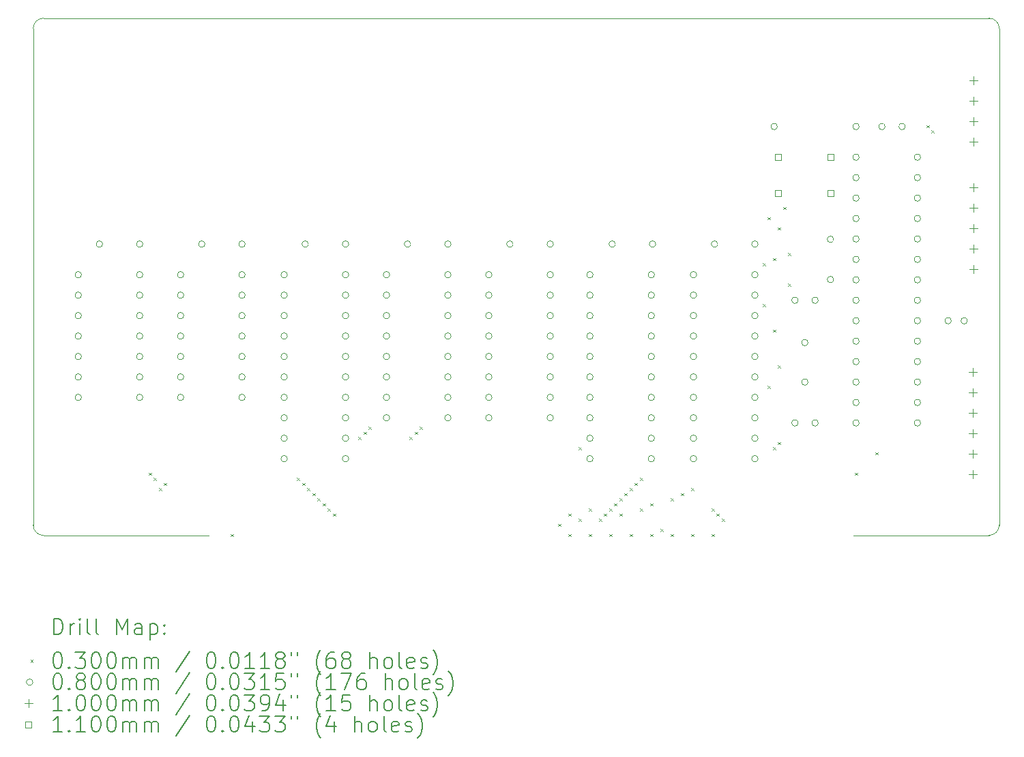
<source format=gbr>
%TF.GenerationSoftware,KiCad,Pcbnew,7.0.9*%
%TF.CreationDate,2023-12-21T22:12:37+08:00*%
%TF.ProjectId,ArduinoMultiInterface,41726475-696e-46f4-9d75-6c7469496e74,rev?*%
%TF.SameCoordinates,Original*%
%TF.FileFunction,Drillmap*%
%TF.FilePolarity,Positive*%
%FSLAX45Y45*%
G04 Gerber Fmt 4.5, Leading zero omitted, Abs format (unit mm)*
G04 Created by KiCad (PCBNEW 7.0.9) date 2023-12-21 22:12:37*
%MOMM*%
%LPD*%
G01*
G04 APERTURE LIST*
%ADD10C,0.100000*%
%ADD11C,0.200000*%
%ADD12C,0.110000*%
G04 APERTURE END LIST*
D10*
X8966200Y-13843000D02*
X8966200Y-7670800D01*
X20828000Y-13970000D02*
G75*
G03*
X20955000Y-13843000I0J127000D01*
G01*
X20955000Y-13843000D02*
X20955000Y-7670800D01*
X19143980Y-13970000D02*
X20828000Y-13970000D01*
X20955000Y-7670800D02*
G75*
G03*
X20828000Y-7543800I-127000J0D01*
G01*
X8966200Y-13843000D02*
G75*
G03*
X9093200Y-13970000I127000J0D01*
G01*
X20828000Y-7543800D02*
X9093200Y-7543800D01*
X9093200Y-7543800D02*
G75*
G03*
X8966200Y-7670800I0J-127000D01*
G01*
X11142980Y-13970000D02*
X9093200Y-13970000D01*
D11*
D10*
X10399000Y-13193000D02*
X10429000Y-13223000D01*
X10429000Y-13193000D02*
X10399000Y-13223000D01*
X10462500Y-13256500D02*
X10492500Y-13286500D01*
X10492500Y-13256500D02*
X10462500Y-13286500D01*
X10526000Y-13383500D02*
X10556000Y-13413500D01*
X10556000Y-13383500D02*
X10526000Y-13413500D01*
X10589500Y-13320000D02*
X10619500Y-13350000D01*
X10619500Y-13320000D02*
X10589500Y-13350000D01*
X11415000Y-13955000D02*
X11445000Y-13985000D01*
X11445000Y-13955000D02*
X11415000Y-13985000D01*
X12240500Y-13256500D02*
X12270500Y-13286500D01*
X12270500Y-13256500D02*
X12240500Y-13286500D01*
X12304000Y-13320000D02*
X12334000Y-13350000D01*
X12334000Y-13320000D02*
X12304000Y-13350000D01*
X12367500Y-13383500D02*
X12397500Y-13413500D01*
X12397500Y-13383500D02*
X12367500Y-13413500D01*
X12431000Y-13447000D02*
X12461000Y-13477000D01*
X12461000Y-13447000D02*
X12431000Y-13477000D01*
X12494500Y-13510500D02*
X12524500Y-13540500D01*
X12524500Y-13510500D02*
X12494500Y-13540500D01*
X12558000Y-13574000D02*
X12588000Y-13604000D01*
X12588000Y-13574000D02*
X12558000Y-13604000D01*
X12621500Y-13637500D02*
X12651500Y-13667500D01*
X12651500Y-13637500D02*
X12621500Y-13667500D01*
X12685000Y-13701000D02*
X12715000Y-13731000D01*
X12715000Y-13701000D02*
X12685000Y-13731000D01*
X13002500Y-12748500D02*
X13032500Y-12778500D01*
X13032500Y-12748500D02*
X13002500Y-12778500D01*
X13066000Y-12685000D02*
X13096000Y-12715000D01*
X13096000Y-12685000D02*
X13066000Y-12715000D01*
X13129500Y-12621500D02*
X13159500Y-12651500D01*
X13159500Y-12621500D02*
X13129500Y-12651500D01*
X13637500Y-12748500D02*
X13667500Y-12778500D01*
X13667500Y-12748500D02*
X13637500Y-12778500D01*
X13701000Y-12685000D02*
X13731000Y-12715000D01*
X13731000Y-12685000D02*
X13701000Y-12715000D01*
X13764500Y-12621500D02*
X13794500Y-12651500D01*
X13794500Y-12621500D02*
X13764500Y-12651500D01*
X15479000Y-13828000D02*
X15509000Y-13858000D01*
X15509000Y-13828000D02*
X15479000Y-13858000D01*
X15606000Y-13701000D02*
X15636000Y-13731000D01*
X15636000Y-13701000D02*
X15606000Y-13731000D01*
X15606000Y-13955000D02*
X15636000Y-13985000D01*
X15636000Y-13955000D02*
X15606000Y-13985000D01*
X15733000Y-12875500D02*
X15763000Y-12905500D01*
X15763000Y-12875500D02*
X15733000Y-12905500D01*
X15733000Y-13764500D02*
X15763000Y-13794500D01*
X15763000Y-13764500D02*
X15733000Y-13794500D01*
X15860000Y-13637500D02*
X15890000Y-13667500D01*
X15890000Y-13637500D02*
X15860000Y-13667500D01*
X15860000Y-13955000D02*
X15890000Y-13985000D01*
X15890000Y-13955000D02*
X15860000Y-13985000D01*
X15987000Y-13764500D02*
X16017000Y-13794500D01*
X16017000Y-13764500D02*
X15987000Y-13794500D01*
X16050500Y-13701000D02*
X16080500Y-13731000D01*
X16080500Y-13701000D02*
X16050500Y-13731000D01*
X16114000Y-13637500D02*
X16144000Y-13667500D01*
X16144000Y-13637500D02*
X16114000Y-13667500D01*
X16114000Y-13955000D02*
X16144000Y-13985000D01*
X16144000Y-13955000D02*
X16114000Y-13985000D01*
X16177500Y-13574000D02*
X16207500Y-13604000D01*
X16207500Y-13574000D02*
X16177500Y-13604000D01*
X16241000Y-13510500D02*
X16271000Y-13540500D01*
X16271000Y-13510500D02*
X16241000Y-13540500D01*
X16241000Y-13701000D02*
X16271000Y-13731000D01*
X16271000Y-13701000D02*
X16241000Y-13731000D01*
X16304500Y-13447000D02*
X16334500Y-13477000D01*
X16334500Y-13447000D02*
X16304500Y-13477000D01*
X16368000Y-13383500D02*
X16398000Y-13413500D01*
X16398000Y-13383500D02*
X16368000Y-13413500D01*
X16368000Y-13955000D02*
X16398000Y-13985000D01*
X16398000Y-13955000D02*
X16368000Y-13985000D01*
X16431500Y-13320000D02*
X16461500Y-13350000D01*
X16461500Y-13320000D02*
X16431500Y-13350000D01*
X16495000Y-13256500D02*
X16525000Y-13286500D01*
X16525000Y-13256500D02*
X16495000Y-13286500D01*
X16495000Y-13637500D02*
X16525000Y-13667500D01*
X16525000Y-13637500D02*
X16495000Y-13667500D01*
X16622000Y-13574000D02*
X16652000Y-13604000D01*
X16652000Y-13574000D02*
X16622000Y-13604000D01*
X16622000Y-13955000D02*
X16652000Y-13985000D01*
X16652000Y-13955000D02*
X16622000Y-13985000D01*
X16749000Y-13890500D02*
X16779000Y-13920500D01*
X16779000Y-13890500D02*
X16749000Y-13920500D01*
X16876000Y-13510500D02*
X16906000Y-13540500D01*
X16906000Y-13510500D02*
X16876000Y-13540500D01*
X16876000Y-13955000D02*
X16906000Y-13985000D01*
X16906000Y-13955000D02*
X16876000Y-13985000D01*
X17003000Y-13447000D02*
X17033000Y-13477000D01*
X17033000Y-13447000D02*
X17003000Y-13477000D01*
X17130000Y-13383500D02*
X17160000Y-13413500D01*
X17160000Y-13383500D02*
X17130000Y-13413500D01*
X17130000Y-13955000D02*
X17160000Y-13985000D01*
X17160000Y-13955000D02*
X17130000Y-13985000D01*
X17384000Y-13637500D02*
X17414000Y-13667500D01*
X17414000Y-13637500D02*
X17384000Y-13667500D01*
X17384000Y-13955000D02*
X17414000Y-13985000D01*
X17414000Y-13955000D02*
X17384000Y-13985000D01*
X17447500Y-13701000D02*
X17477500Y-13731000D01*
X17477500Y-13701000D02*
X17447500Y-13731000D01*
X17511000Y-13764500D02*
X17541000Y-13794500D01*
X17541000Y-13764500D02*
X17511000Y-13794500D01*
X18019000Y-10589500D02*
X18049000Y-10619500D01*
X18049000Y-10589500D02*
X18019000Y-10619500D01*
X18019000Y-11097500D02*
X18049000Y-11127500D01*
X18049000Y-11097500D02*
X18019000Y-11127500D01*
X18082500Y-10018000D02*
X18112500Y-10048000D01*
X18112500Y-10018000D02*
X18082500Y-10048000D01*
X18082500Y-12113500D02*
X18112500Y-12143500D01*
X18112500Y-12113500D02*
X18082500Y-12143500D01*
X18146000Y-10526000D02*
X18176000Y-10556000D01*
X18176000Y-10526000D02*
X18146000Y-10556000D01*
X18146000Y-11415000D02*
X18176000Y-11445000D01*
X18176000Y-11415000D02*
X18146000Y-11445000D01*
X18146000Y-12875500D02*
X18176000Y-12905500D01*
X18176000Y-12875500D02*
X18146000Y-12905500D01*
X18209500Y-10145000D02*
X18239500Y-10175000D01*
X18239500Y-10145000D02*
X18209500Y-10175000D01*
X18209500Y-11859500D02*
X18239500Y-11889500D01*
X18239500Y-11859500D02*
X18209500Y-11889500D01*
X18209500Y-12812000D02*
X18239500Y-12842000D01*
X18239500Y-12812000D02*
X18209500Y-12842000D01*
X18273000Y-9891000D02*
X18303000Y-9921000D01*
X18303000Y-9891000D02*
X18273000Y-9921000D01*
X18336500Y-10462500D02*
X18366500Y-10492500D01*
X18366500Y-10462500D02*
X18336500Y-10492500D01*
X18336500Y-10843500D02*
X18366500Y-10873500D01*
X18366500Y-10843500D02*
X18336500Y-10873500D01*
X19162000Y-13193000D02*
X19192000Y-13223000D01*
X19192000Y-13193000D02*
X19162000Y-13223000D01*
X19416000Y-12939000D02*
X19446000Y-12969000D01*
X19446000Y-12939000D02*
X19416000Y-12969000D01*
X20051000Y-8875000D02*
X20081000Y-8905000D01*
X20081000Y-8875000D02*
X20051000Y-8905000D01*
X20114500Y-8938500D02*
X20144500Y-8968500D01*
X20144500Y-8938500D02*
X20114500Y-8968500D01*
X9565000Y-10731500D02*
G75*
G03*
X9565000Y-10731500I-40000J0D01*
G01*
X9565000Y-10985500D02*
G75*
G03*
X9565000Y-10985500I-40000J0D01*
G01*
X9565000Y-11239500D02*
G75*
G03*
X9565000Y-11239500I-40000J0D01*
G01*
X9565000Y-11493500D02*
G75*
G03*
X9565000Y-11493500I-40000J0D01*
G01*
X9565000Y-11747500D02*
G75*
G03*
X9565000Y-11747500I-40000J0D01*
G01*
X9565000Y-12001500D02*
G75*
G03*
X9565000Y-12001500I-40000J0D01*
G01*
X9565000Y-12255500D02*
G75*
G03*
X9565000Y-12255500I-40000J0D01*
G01*
X9827000Y-10350500D02*
G75*
G03*
X9827000Y-10350500I-40000J0D01*
G01*
X10327000Y-10350500D02*
G75*
G03*
X10327000Y-10350500I-40000J0D01*
G01*
X10327000Y-10731500D02*
G75*
G03*
X10327000Y-10731500I-40000J0D01*
G01*
X10327000Y-10985500D02*
G75*
G03*
X10327000Y-10985500I-40000J0D01*
G01*
X10327000Y-11239500D02*
G75*
G03*
X10327000Y-11239500I-40000J0D01*
G01*
X10327000Y-11493500D02*
G75*
G03*
X10327000Y-11493500I-40000J0D01*
G01*
X10327000Y-11747500D02*
G75*
G03*
X10327000Y-11747500I-40000J0D01*
G01*
X10327000Y-12001500D02*
G75*
G03*
X10327000Y-12001500I-40000J0D01*
G01*
X10327000Y-12255500D02*
G75*
G03*
X10327000Y-12255500I-40000J0D01*
G01*
X10835000Y-10731500D02*
G75*
G03*
X10835000Y-10731500I-40000J0D01*
G01*
X10835000Y-10985500D02*
G75*
G03*
X10835000Y-10985500I-40000J0D01*
G01*
X10835000Y-11239500D02*
G75*
G03*
X10835000Y-11239500I-40000J0D01*
G01*
X10835000Y-11493500D02*
G75*
G03*
X10835000Y-11493500I-40000J0D01*
G01*
X10835000Y-11747500D02*
G75*
G03*
X10835000Y-11747500I-40000J0D01*
G01*
X10835000Y-12001500D02*
G75*
G03*
X10835000Y-12001500I-40000J0D01*
G01*
X10835000Y-12255500D02*
G75*
G03*
X10835000Y-12255500I-40000J0D01*
G01*
X11097000Y-10350500D02*
G75*
G03*
X11097000Y-10350500I-40000J0D01*
G01*
X11597000Y-10350500D02*
G75*
G03*
X11597000Y-10350500I-40000J0D01*
G01*
X11597000Y-10731500D02*
G75*
G03*
X11597000Y-10731500I-40000J0D01*
G01*
X11597000Y-10985500D02*
G75*
G03*
X11597000Y-10985500I-40000J0D01*
G01*
X11597000Y-11239500D02*
G75*
G03*
X11597000Y-11239500I-40000J0D01*
G01*
X11597000Y-11493500D02*
G75*
G03*
X11597000Y-11493500I-40000J0D01*
G01*
X11597000Y-11747500D02*
G75*
G03*
X11597000Y-11747500I-40000J0D01*
G01*
X11597000Y-12001500D02*
G75*
G03*
X11597000Y-12001500I-40000J0D01*
G01*
X11597000Y-12255500D02*
G75*
G03*
X11597000Y-12255500I-40000J0D01*
G01*
X12119500Y-10731500D02*
G75*
G03*
X12119500Y-10731500I-40000J0D01*
G01*
X12119500Y-10985500D02*
G75*
G03*
X12119500Y-10985500I-40000J0D01*
G01*
X12119500Y-11239500D02*
G75*
G03*
X12119500Y-11239500I-40000J0D01*
G01*
X12119500Y-11493500D02*
G75*
G03*
X12119500Y-11493500I-40000J0D01*
G01*
X12119500Y-11747500D02*
G75*
G03*
X12119500Y-11747500I-40000J0D01*
G01*
X12119500Y-12001500D02*
G75*
G03*
X12119500Y-12001500I-40000J0D01*
G01*
X12119500Y-12255500D02*
G75*
G03*
X12119500Y-12255500I-40000J0D01*
G01*
X12119500Y-12509500D02*
G75*
G03*
X12119500Y-12509500I-40000J0D01*
G01*
X12119500Y-12763500D02*
G75*
G03*
X12119500Y-12763500I-40000J0D01*
G01*
X12119500Y-13017500D02*
G75*
G03*
X12119500Y-13017500I-40000J0D01*
G01*
X12381500Y-10350500D02*
G75*
G03*
X12381500Y-10350500I-40000J0D01*
G01*
X12881500Y-10350500D02*
G75*
G03*
X12881500Y-10350500I-40000J0D01*
G01*
X12881500Y-10731500D02*
G75*
G03*
X12881500Y-10731500I-40000J0D01*
G01*
X12881500Y-10985500D02*
G75*
G03*
X12881500Y-10985500I-40000J0D01*
G01*
X12881500Y-11239500D02*
G75*
G03*
X12881500Y-11239500I-40000J0D01*
G01*
X12881500Y-11493500D02*
G75*
G03*
X12881500Y-11493500I-40000J0D01*
G01*
X12881500Y-11747500D02*
G75*
G03*
X12881500Y-11747500I-40000J0D01*
G01*
X12881500Y-12001500D02*
G75*
G03*
X12881500Y-12001500I-40000J0D01*
G01*
X12881500Y-12255500D02*
G75*
G03*
X12881500Y-12255500I-40000J0D01*
G01*
X12881500Y-12509500D02*
G75*
G03*
X12881500Y-12509500I-40000J0D01*
G01*
X12881500Y-12763500D02*
G75*
G03*
X12881500Y-12763500I-40000J0D01*
G01*
X12881500Y-13017500D02*
G75*
G03*
X12881500Y-13017500I-40000J0D01*
G01*
X13389500Y-10731500D02*
G75*
G03*
X13389500Y-10731500I-40000J0D01*
G01*
X13389500Y-10985500D02*
G75*
G03*
X13389500Y-10985500I-40000J0D01*
G01*
X13389500Y-11239500D02*
G75*
G03*
X13389500Y-11239500I-40000J0D01*
G01*
X13389500Y-11493500D02*
G75*
G03*
X13389500Y-11493500I-40000J0D01*
G01*
X13389500Y-11747500D02*
G75*
G03*
X13389500Y-11747500I-40000J0D01*
G01*
X13389500Y-12001500D02*
G75*
G03*
X13389500Y-12001500I-40000J0D01*
G01*
X13389500Y-12255500D02*
G75*
G03*
X13389500Y-12255500I-40000J0D01*
G01*
X13389500Y-12509500D02*
G75*
G03*
X13389500Y-12509500I-40000J0D01*
G01*
X13651500Y-10350500D02*
G75*
G03*
X13651500Y-10350500I-40000J0D01*
G01*
X14151500Y-10350500D02*
G75*
G03*
X14151500Y-10350500I-40000J0D01*
G01*
X14151500Y-10731500D02*
G75*
G03*
X14151500Y-10731500I-40000J0D01*
G01*
X14151500Y-10985500D02*
G75*
G03*
X14151500Y-10985500I-40000J0D01*
G01*
X14151500Y-11239500D02*
G75*
G03*
X14151500Y-11239500I-40000J0D01*
G01*
X14151500Y-11493500D02*
G75*
G03*
X14151500Y-11493500I-40000J0D01*
G01*
X14151500Y-11747500D02*
G75*
G03*
X14151500Y-11747500I-40000J0D01*
G01*
X14151500Y-12001500D02*
G75*
G03*
X14151500Y-12001500I-40000J0D01*
G01*
X14151500Y-12255500D02*
G75*
G03*
X14151500Y-12255500I-40000J0D01*
G01*
X14151500Y-12509500D02*
G75*
G03*
X14151500Y-12509500I-40000J0D01*
G01*
X14659500Y-10731500D02*
G75*
G03*
X14659500Y-10731500I-40000J0D01*
G01*
X14659500Y-10985500D02*
G75*
G03*
X14659500Y-10985500I-40000J0D01*
G01*
X14659500Y-11239500D02*
G75*
G03*
X14659500Y-11239500I-40000J0D01*
G01*
X14659500Y-11493500D02*
G75*
G03*
X14659500Y-11493500I-40000J0D01*
G01*
X14659500Y-11747500D02*
G75*
G03*
X14659500Y-11747500I-40000J0D01*
G01*
X14659500Y-12001500D02*
G75*
G03*
X14659500Y-12001500I-40000J0D01*
G01*
X14659500Y-12255500D02*
G75*
G03*
X14659500Y-12255500I-40000J0D01*
G01*
X14659500Y-12509500D02*
G75*
G03*
X14659500Y-12509500I-40000J0D01*
G01*
X14921500Y-10350500D02*
G75*
G03*
X14921500Y-10350500I-40000J0D01*
G01*
X15421500Y-10350500D02*
G75*
G03*
X15421500Y-10350500I-40000J0D01*
G01*
X15421500Y-10731500D02*
G75*
G03*
X15421500Y-10731500I-40000J0D01*
G01*
X15421500Y-10985500D02*
G75*
G03*
X15421500Y-10985500I-40000J0D01*
G01*
X15421500Y-11239500D02*
G75*
G03*
X15421500Y-11239500I-40000J0D01*
G01*
X15421500Y-11493500D02*
G75*
G03*
X15421500Y-11493500I-40000J0D01*
G01*
X15421500Y-11747500D02*
G75*
G03*
X15421500Y-11747500I-40000J0D01*
G01*
X15421500Y-12001500D02*
G75*
G03*
X15421500Y-12001500I-40000J0D01*
G01*
X15421500Y-12255500D02*
G75*
G03*
X15421500Y-12255500I-40000J0D01*
G01*
X15421500Y-12509500D02*
G75*
G03*
X15421500Y-12509500I-40000J0D01*
G01*
X15915000Y-10731500D02*
G75*
G03*
X15915000Y-10731500I-40000J0D01*
G01*
X15915000Y-10985500D02*
G75*
G03*
X15915000Y-10985500I-40000J0D01*
G01*
X15915000Y-11239500D02*
G75*
G03*
X15915000Y-11239500I-40000J0D01*
G01*
X15915000Y-11493500D02*
G75*
G03*
X15915000Y-11493500I-40000J0D01*
G01*
X15915000Y-11747500D02*
G75*
G03*
X15915000Y-11747500I-40000J0D01*
G01*
X15915000Y-12001500D02*
G75*
G03*
X15915000Y-12001500I-40000J0D01*
G01*
X15915000Y-12255500D02*
G75*
G03*
X15915000Y-12255500I-40000J0D01*
G01*
X15915000Y-12509500D02*
G75*
G03*
X15915000Y-12509500I-40000J0D01*
G01*
X15915000Y-12763500D02*
G75*
G03*
X15915000Y-12763500I-40000J0D01*
G01*
X15915000Y-13017500D02*
G75*
G03*
X15915000Y-13017500I-40000J0D01*
G01*
X16191500Y-10350500D02*
G75*
G03*
X16191500Y-10350500I-40000J0D01*
G01*
X16677000Y-10731500D02*
G75*
G03*
X16677000Y-10731500I-40000J0D01*
G01*
X16677000Y-10985500D02*
G75*
G03*
X16677000Y-10985500I-40000J0D01*
G01*
X16677000Y-11239500D02*
G75*
G03*
X16677000Y-11239500I-40000J0D01*
G01*
X16677000Y-11493500D02*
G75*
G03*
X16677000Y-11493500I-40000J0D01*
G01*
X16677000Y-11747500D02*
G75*
G03*
X16677000Y-11747500I-40000J0D01*
G01*
X16677000Y-12001500D02*
G75*
G03*
X16677000Y-12001500I-40000J0D01*
G01*
X16677000Y-12255500D02*
G75*
G03*
X16677000Y-12255500I-40000J0D01*
G01*
X16677000Y-12509500D02*
G75*
G03*
X16677000Y-12509500I-40000J0D01*
G01*
X16677000Y-12763500D02*
G75*
G03*
X16677000Y-12763500I-40000J0D01*
G01*
X16677000Y-13017500D02*
G75*
G03*
X16677000Y-13017500I-40000J0D01*
G01*
X16691500Y-10350500D02*
G75*
G03*
X16691500Y-10350500I-40000J0D01*
G01*
X17199500Y-10731500D02*
G75*
G03*
X17199500Y-10731500I-40000J0D01*
G01*
X17199500Y-10985500D02*
G75*
G03*
X17199500Y-10985500I-40000J0D01*
G01*
X17199500Y-11239500D02*
G75*
G03*
X17199500Y-11239500I-40000J0D01*
G01*
X17199500Y-11493500D02*
G75*
G03*
X17199500Y-11493500I-40000J0D01*
G01*
X17199500Y-11747500D02*
G75*
G03*
X17199500Y-11747500I-40000J0D01*
G01*
X17199500Y-12001500D02*
G75*
G03*
X17199500Y-12001500I-40000J0D01*
G01*
X17199500Y-12255500D02*
G75*
G03*
X17199500Y-12255500I-40000J0D01*
G01*
X17199500Y-12509500D02*
G75*
G03*
X17199500Y-12509500I-40000J0D01*
G01*
X17199500Y-12763500D02*
G75*
G03*
X17199500Y-12763500I-40000J0D01*
G01*
X17199500Y-13017500D02*
G75*
G03*
X17199500Y-13017500I-40000J0D01*
G01*
X17461500Y-10350500D02*
G75*
G03*
X17461500Y-10350500I-40000J0D01*
G01*
X17961500Y-10350500D02*
G75*
G03*
X17961500Y-10350500I-40000J0D01*
G01*
X17961500Y-10731500D02*
G75*
G03*
X17961500Y-10731500I-40000J0D01*
G01*
X17961500Y-10985500D02*
G75*
G03*
X17961500Y-10985500I-40000J0D01*
G01*
X17961500Y-11239500D02*
G75*
G03*
X17961500Y-11239500I-40000J0D01*
G01*
X17961500Y-11493500D02*
G75*
G03*
X17961500Y-11493500I-40000J0D01*
G01*
X17961500Y-11747500D02*
G75*
G03*
X17961500Y-11747500I-40000J0D01*
G01*
X17961500Y-12001500D02*
G75*
G03*
X17961500Y-12001500I-40000J0D01*
G01*
X17961500Y-12255500D02*
G75*
G03*
X17961500Y-12255500I-40000J0D01*
G01*
X17961500Y-12509500D02*
G75*
G03*
X17961500Y-12509500I-40000J0D01*
G01*
X17961500Y-12763500D02*
G75*
G03*
X17961500Y-12763500I-40000J0D01*
G01*
X17961500Y-13017500D02*
G75*
G03*
X17961500Y-13017500I-40000J0D01*
G01*
X18201000Y-8890000D02*
G75*
G03*
X18201000Y-8890000I-40000J0D01*
G01*
X18459000Y-11049000D02*
G75*
G03*
X18459000Y-11049000I-40000J0D01*
G01*
X18459000Y-12573000D02*
G75*
G03*
X18459000Y-12573000I-40000J0D01*
G01*
X18582000Y-11575000D02*
G75*
G03*
X18582000Y-11575000I-40000J0D01*
G01*
X18582000Y-12065000D02*
G75*
G03*
X18582000Y-12065000I-40000J0D01*
G01*
X18709000Y-11049000D02*
G75*
G03*
X18709000Y-11049000I-40000J0D01*
G01*
X18709000Y-12573000D02*
G75*
G03*
X18709000Y-12573000I-40000J0D01*
G01*
X18899500Y-10291000D02*
G75*
G03*
X18899500Y-10291000I-40000J0D01*
G01*
X18899500Y-10791000D02*
G75*
G03*
X18899500Y-10791000I-40000J0D01*
G01*
X19217000Y-8890000D02*
G75*
G03*
X19217000Y-8890000I-40000J0D01*
G01*
X19217000Y-9271000D02*
G75*
G03*
X19217000Y-9271000I-40000J0D01*
G01*
X19217000Y-9525000D02*
G75*
G03*
X19217000Y-9525000I-40000J0D01*
G01*
X19217000Y-9779000D02*
G75*
G03*
X19217000Y-9779000I-40000J0D01*
G01*
X19217000Y-10033000D02*
G75*
G03*
X19217000Y-10033000I-40000J0D01*
G01*
X19217000Y-10287000D02*
G75*
G03*
X19217000Y-10287000I-40000J0D01*
G01*
X19217000Y-10541000D02*
G75*
G03*
X19217000Y-10541000I-40000J0D01*
G01*
X19217000Y-10795000D02*
G75*
G03*
X19217000Y-10795000I-40000J0D01*
G01*
X19217000Y-11049000D02*
G75*
G03*
X19217000Y-11049000I-40000J0D01*
G01*
X19217000Y-11303000D02*
G75*
G03*
X19217000Y-11303000I-40000J0D01*
G01*
X19217000Y-11557000D02*
G75*
G03*
X19217000Y-11557000I-40000J0D01*
G01*
X19217000Y-11811000D02*
G75*
G03*
X19217000Y-11811000I-40000J0D01*
G01*
X19217000Y-12065000D02*
G75*
G03*
X19217000Y-12065000I-40000J0D01*
G01*
X19217000Y-12319000D02*
G75*
G03*
X19217000Y-12319000I-40000J0D01*
G01*
X19217000Y-12573000D02*
G75*
G03*
X19217000Y-12573000I-40000J0D01*
G01*
X19538500Y-8890000D02*
G75*
G03*
X19538500Y-8890000I-40000J0D01*
G01*
X19788500Y-8890000D02*
G75*
G03*
X19788500Y-8890000I-40000J0D01*
G01*
X19979000Y-9271000D02*
G75*
G03*
X19979000Y-9271000I-40000J0D01*
G01*
X19979000Y-9525000D02*
G75*
G03*
X19979000Y-9525000I-40000J0D01*
G01*
X19979000Y-9779000D02*
G75*
G03*
X19979000Y-9779000I-40000J0D01*
G01*
X19979000Y-10033000D02*
G75*
G03*
X19979000Y-10033000I-40000J0D01*
G01*
X19979000Y-10287000D02*
G75*
G03*
X19979000Y-10287000I-40000J0D01*
G01*
X19979000Y-10541000D02*
G75*
G03*
X19979000Y-10541000I-40000J0D01*
G01*
X19979000Y-10795000D02*
G75*
G03*
X19979000Y-10795000I-40000J0D01*
G01*
X19979000Y-11049000D02*
G75*
G03*
X19979000Y-11049000I-40000J0D01*
G01*
X19979000Y-11303000D02*
G75*
G03*
X19979000Y-11303000I-40000J0D01*
G01*
X19979000Y-11557000D02*
G75*
G03*
X19979000Y-11557000I-40000J0D01*
G01*
X19979000Y-11811000D02*
G75*
G03*
X19979000Y-11811000I-40000J0D01*
G01*
X19979000Y-12065000D02*
G75*
G03*
X19979000Y-12065000I-40000J0D01*
G01*
X19979000Y-12319000D02*
G75*
G03*
X19979000Y-12319000I-40000J0D01*
G01*
X19979000Y-12573000D02*
G75*
G03*
X19979000Y-12573000I-40000J0D01*
G01*
X20360000Y-11303000D02*
G75*
G03*
X20360000Y-11303000I-40000J0D01*
G01*
X20560000Y-11303000D02*
G75*
G03*
X20560000Y-11303000I-40000J0D01*
G01*
X20624800Y-11888000D02*
X20624800Y-11988000D01*
X20574800Y-11938000D02*
X20674800Y-11938000D01*
X20624800Y-12142000D02*
X20624800Y-12242000D01*
X20574800Y-12192000D02*
X20674800Y-12192000D01*
X20624800Y-12396000D02*
X20624800Y-12496000D01*
X20574800Y-12446000D02*
X20674800Y-12446000D01*
X20624800Y-12650000D02*
X20624800Y-12750000D01*
X20574800Y-12700000D02*
X20674800Y-12700000D01*
X20624800Y-12904000D02*
X20624800Y-13004000D01*
X20574800Y-12954000D02*
X20674800Y-12954000D01*
X20624800Y-13158000D02*
X20624800Y-13258000D01*
X20574800Y-13208000D02*
X20674800Y-13208000D01*
X20637500Y-8268500D02*
X20637500Y-8368500D01*
X20587500Y-8318500D02*
X20687500Y-8318500D01*
X20637500Y-8522500D02*
X20637500Y-8622500D01*
X20587500Y-8572500D02*
X20687500Y-8572500D01*
X20637500Y-8776500D02*
X20637500Y-8876500D01*
X20587500Y-8826500D02*
X20687500Y-8826500D01*
X20637500Y-9030500D02*
X20637500Y-9130500D01*
X20587500Y-9080500D02*
X20687500Y-9080500D01*
X20637500Y-9599000D02*
X20637500Y-9699000D01*
X20587500Y-9649000D02*
X20687500Y-9649000D01*
X20637500Y-9853000D02*
X20637500Y-9953000D01*
X20587500Y-9903000D02*
X20687500Y-9903000D01*
X20637500Y-10107000D02*
X20637500Y-10207000D01*
X20587500Y-10157000D02*
X20687500Y-10157000D01*
X20637500Y-10361000D02*
X20637500Y-10461000D01*
X20587500Y-10411000D02*
X20687500Y-10411000D01*
X20637500Y-10615000D02*
X20637500Y-10715000D01*
X20587500Y-10665000D02*
X20687500Y-10665000D01*
D12*
X18248391Y-9309891D02*
X18248391Y-9232109D01*
X18170609Y-9232109D01*
X18170609Y-9309891D01*
X18248391Y-9309891D01*
X18248391Y-9759891D02*
X18248391Y-9682109D01*
X18170609Y-9682109D01*
X18170609Y-9759891D01*
X18248391Y-9759891D01*
X18898391Y-9309891D02*
X18898391Y-9232109D01*
X18820609Y-9232109D01*
X18820609Y-9309891D01*
X18898391Y-9309891D01*
X18898391Y-9759891D02*
X18898391Y-9682109D01*
X18820609Y-9682109D01*
X18820609Y-9759891D01*
X18898391Y-9759891D01*
D11*
X9221977Y-15201884D02*
X9221977Y-15001884D01*
X9221977Y-15001884D02*
X9269596Y-15001884D01*
X9269596Y-15001884D02*
X9298167Y-15011408D01*
X9298167Y-15011408D02*
X9317215Y-15030455D01*
X9317215Y-15030455D02*
X9326739Y-15049503D01*
X9326739Y-15049503D02*
X9336263Y-15087598D01*
X9336263Y-15087598D02*
X9336263Y-15116169D01*
X9336263Y-15116169D02*
X9326739Y-15154265D01*
X9326739Y-15154265D02*
X9317215Y-15173312D01*
X9317215Y-15173312D02*
X9298167Y-15192360D01*
X9298167Y-15192360D02*
X9269596Y-15201884D01*
X9269596Y-15201884D02*
X9221977Y-15201884D01*
X9421977Y-15201884D02*
X9421977Y-15068550D01*
X9421977Y-15106646D02*
X9431501Y-15087598D01*
X9431501Y-15087598D02*
X9441024Y-15078074D01*
X9441024Y-15078074D02*
X9460072Y-15068550D01*
X9460072Y-15068550D02*
X9479120Y-15068550D01*
X9545786Y-15201884D02*
X9545786Y-15068550D01*
X9545786Y-15001884D02*
X9536263Y-15011408D01*
X9536263Y-15011408D02*
X9545786Y-15020931D01*
X9545786Y-15020931D02*
X9555310Y-15011408D01*
X9555310Y-15011408D02*
X9545786Y-15001884D01*
X9545786Y-15001884D02*
X9545786Y-15020931D01*
X9669596Y-15201884D02*
X9650548Y-15192360D01*
X9650548Y-15192360D02*
X9641024Y-15173312D01*
X9641024Y-15173312D02*
X9641024Y-15001884D01*
X9774358Y-15201884D02*
X9755310Y-15192360D01*
X9755310Y-15192360D02*
X9745786Y-15173312D01*
X9745786Y-15173312D02*
X9745786Y-15001884D01*
X10002929Y-15201884D02*
X10002929Y-15001884D01*
X10002929Y-15001884D02*
X10069596Y-15144741D01*
X10069596Y-15144741D02*
X10136263Y-15001884D01*
X10136263Y-15001884D02*
X10136263Y-15201884D01*
X10317215Y-15201884D02*
X10317215Y-15097122D01*
X10317215Y-15097122D02*
X10307691Y-15078074D01*
X10307691Y-15078074D02*
X10288644Y-15068550D01*
X10288644Y-15068550D02*
X10250548Y-15068550D01*
X10250548Y-15068550D02*
X10231501Y-15078074D01*
X10317215Y-15192360D02*
X10298167Y-15201884D01*
X10298167Y-15201884D02*
X10250548Y-15201884D01*
X10250548Y-15201884D02*
X10231501Y-15192360D01*
X10231501Y-15192360D02*
X10221977Y-15173312D01*
X10221977Y-15173312D02*
X10221977Y-15154265D01*
X10221977Y-15154265D02*
X10231501Y-15135217D01*
X10231501Y-15135217D02*
X10250548Y-15125693D01*
X10250548Y-15125693D02*
X10298167Y-15125693D01*
X10298167Y-15125693D02*
X10317215Y-15116169D01*
X10412453Y-15068550D02*
X10412453Y-15268550D01*
X10412453Y-15078074D02*
X10431501Y-15068550D01*
X10431501Y-15068550D02*
X10469596Y-15068550D01*
X10469596Y-15068550D02*
X10488644Y-15078074D01*
X10488644Y-15078074D02*
X10498167Y-15087598D01*
X10498167Y-15087598D02*
X10507691Y-15106646D01*
X10507691Y-15106646D02*
X10507691Y-15163788D01*
X10507691Y-15163788D02*
X10498167Y-15182836D01*
X10498167Y-15182836D02*
X10488644Y-15192360D01*
X10488644Y-15192360D02*
X10469596Y-15201884D01*
X10469596Y-15201884D02*
X10431501Y-15201884D01*
X10431501Y-15201884D02*
X10412453Y-15192360D01*
X10593405Y-15182836D02*
X10602929Y-15192360D01*
X10602929Y-15192360D02*
X10593405Y-15201884D01*
X10593405Y-15201884D02*
X10583882Y-15192360D01*
X10583882Y-15192360D02*
X10593405Y-15182836D01*
X10593405Y-15182836D02*
X10593405Y-15201884D01*
X10593405Y-15078074D02*
X10602929Y-15087598D01*
X10602929Y-15087598D02*
X10593405Y-15097122D01*
X10593405Y-15097122D02*
X10583882Y-15087598D01*
X10583882Y-15087598D02*
X10593405Y-15078074D01*
X10593405Y-15078074D02*
X10593405Y-15097122D01*
D10*
X8931200Y-15515400D02*
X8961200Y-15545400D01*
X8961200Y-15515400D02*
X8931200Y-15545400D01*
D11*
X9260072Y-15421884D02*
X9279120Y-15421884D01*
X9279120Y-15421884D02*
X9298167Y-15431408D01*
X9298167Y-15431408D02*
X9307691Y-15440931D01*
X9307691Y-15440931D02*
X9317215Y-15459979D01*
X9317215Y-15459979D02*
X9326739Y-15498074D01*
X9326739Y-15498074D02*
X9326739Y-15545693D01*
X9326739Y-15545693D02*
X9317215Y-15583788D01*
X9317215Y-15583788D02*
X9307691Y-15602836D01*
X9307691Y-15602836D02*
X9298167Y-15612360D01*
X9298167Y-15612360D02*
X9279120Y-15621884D01*
X9279120Y-15621884D02*
X9260072Y-15621884D01*
X9260072Y-15621884D02*
X9241024Y-15612360D01*
X9241024Y-15612360D02*
X9231501Y-15602836D01*
X9231501Y-15602836D02*
X9221977Y-15583788D01*
X9221977Y-15583788D02*
X9212453Y-15545693D01*
X9212453Y-15545693D02*
X9212453Y-15498074D01*
X9212453Y-15498074D02*
X9221977Y-15459979D01*
X9221977Y-15459979D02*
X9231501Y-15440931D01*
X9231501Y-15440931D02*
X9241024Y-15431408D01*
X9241024Y-15431408D02*
X9260072Y-15421884D01*
X9412453Y-15602836D02*
X9421977Y-15612360D01*
X9421977Y-15612360D02*
X9412453Y-15621884D01*
X9412453Y-15621884D02*
X9402929Y-15612360D01*
X9402929Y-15612360D02*
X9412453Y-15602836D01*
X9412453Y-15602836D02*
X9412453Y-15621884D01*
X9488644Y-15421884D02*
X9612453Y-15421884D01*
X9612453Y-15421884D02*
X9545786Y-15498074D01*
X9545786Y-15498074D02*
X9574358Y-15498074D01*
X9574358Y-15498074D02*
X9593405Y-15507598D01*
X9593405Y-15507598D02*
X9602929Y-15517122D01*
X9602929Y-15517122D02*
X9612453Y-15536169D01*
X9612453Y-15536169D02*
X9612453Y-15583788D01*
X9612453Y-15583788D02*
X9602929Y-15602836D01*
X9602929Y-15602836D02*
X9593405Y-15612360D01*
X9593405Y-15612360D02*
X9574358Y-15621884D01*
X9574358Y-15621884D02*
X9517215Y-15621884D01*
X9517215Y-15621884D02*
X9498167Y-15612360D01*
X9498167Y-15612360D02*
X9488644Y-15602836D01*
X9736263Y-15421884D02*
X9755310Y-15421884D01*
X9755310Y-15421884D02*
X9774358Y-15431408D01*
X9774358Y-15431408D02*
X9783882Y-15440931D01*
X9783882Y-15440931D02*
X9793405Y-15459979D01*
X9793405Y-15459979D02*
X9802929Y-15498074D01*
X9802929Y-15498074D02*
X9802929Y-15545693D01*
X9802929Y-15545693D02*
X9793405Y-15583788D01*
X9793405Y-15583788D02*
X9783882Y-15602836D01*
X9783882Y-15602836D02*
X9774358Y-15612360D01*
X9774358Y-15612360D02*
X9755310Y-15621884D01*
X9755310Y-15621884D02*
X9736263Y-15621884D01*
X9736263Y-15621884D02*
X9717215Y-15612360D01*
X9717215Y-15612360D02*
X9707691Y-15602836D01*
X9707691Y-15602836D02*
X9698167Y-15583788D01*
X9698167Y-15583788D02*
X9688644Y-15545693D01*
X9688644Y-15545693D02*
X9688644Y-15498074D01*
X9688644Y-15498074D02*
X9698167Y-15459979D01*
X9698167Y-15459979D02*
X9707691Y-15440931D01*
X9707691Y-15440931D02*
X9717215Y-15431408D01*
X9717215Y-15431408D02*
X9736263Y-15421884D01*
X9926739Y-15421884D02*
X9945786Y-15421884D01*
X9945786Y-15421884D02*
X9964834Y-15431408D01*
X9964834Y-15431408D02*
X9974358Y-15440931D01*
X9974358Y-15440931D02*
X9983882Y-15459979D01*
X9983882Y-15459979D02*
X9993405Y-15498074D01*
X9993405Y-15498074D02*
X9993405Y-15545693D01*
X9993405Y-15545693D02*
X9983882Y-15583788D01*
X9983882Y-15583788D02*
X9974358Y-15602836D01*
X9974358Y-15602836D02*
X9964834Y-15612360D01*
X9964834Y-15612360D02*
X9945786Y-15621884D01*
X9945786Y-15621884D02*
X9926739Y-15621884D01*
X9926739Y-15621884D02*
X9907691Y-15612360D01*
X9907691Y-15612360D02*
X9898167Y-15602836D01*
X9898167Y-15602836D02*
X9888644Y-15583788D01*
X9888644Y-15583788D02*
X9879120Y-15545693D01*
X9879120Y-15545693D02*
X9879120Y-15498074D01*
X9879120Y-15498074D02*
X9888644Y-15459979D01*
X9888644Y-15459979D02*
X9898167Y-15440931D01*
X9898167Y-15440931D02*
X9907691Y-15431408D01*
X9907691Y-15431408D02*
X9926739Y-15421884D01*
X10079120Y-15621884D02*
X10079120Y-15488550D01*
X10079120Y-15507598D02*
X10088644Y-15498074D01*
X10088644Y-15498074D02*
X10107691Y-15488550D01*
X10107691Y-15488550D02*
X10136263Y-15488550D01*
X10136263Y-15488550D02*
X10155310Y-15498074D01*
X10155310Y-15498074D02*
X10164834Y-15517122D01*
X10164834Y-15517122D02*
X10164834Y-15621884D01*
X10164834Y-15517122D02*
X10174358Y-15498074D01*
X10174358Y-15498074D02*
X10193405Y-15488550D01*
X10193405Y-15488550D02*
X10221977Y-15488550D01*
X10221977Y-15488550D02*
X10241025Y-15498074D01*
X10241025Y-15498074D02*
X10250548Y-15517122D01*
X10250548Y-15517122D02*
X10250548Y-15621884D01*
X10345786Y-15621884D02*
X10345786Y-15488550D01*
X10345786Y-15507598D02*
X10355310Y-15498074D01*
X10355310Y-15498074D02*
X10374358Y-15488550D01*
X10374358Y-15488550D02*
X10402929Y-15488550D01*
X10402929Y-15488550D02*
X10421977Y-15498074D01*
X10421977Y-15498074D02*
X10431501Y-15517122D01*
X10431501Y-15517122D02*
X10431501Y-15621884D01*
X10431501Y-15517122D02*
X10441025Y-15498074D01*
X10441025Y-15498074D02*
X10460072Y-15488550D01*
X10460072Y-15488550D02*
X10488644Y-15488550D01*
X10488644Y-15488550D02*
X10507691Y-15498074D01*
X10507691Y-15498074D02*
X10517215Y-15517122D01*
X10517215Y-15517122D02*
X10517215Y-15621884D01*
X10907691Y-15412360D02*
X10736263Y-15669503D01*
X11164834Y-15421884D02*
X11183882Y-15421884D01*
X11183882Y-15421884D02*
X11202929Y-15431408D01*
X11202929Y-15431408D02*
X11212453Y-15440931D01*
X11212453Y-15440931D02*
X11221977Y-15459979D01*
X11221977Y-15459979D02*
X11231501Y-15498074D01*
X11231501Y-15498074D02*
X11231501Y-15545693D01*
X11231501Y-15545693D02*
X11221977Y-15583788D01*
X11221977Y-15583788D02*
X11212453Y-15602836D01*
X11212453Y-15602836D02*
X11202929Y-15612360D01*
X11202929Y-15612360D02*
X11183882Y-15621884D01*
X11183882Y-15621884D02*
X11164834Y-15621884D01*
X11164834Y-15621884D02*
X11145787Y-15612360D01*
X11145787Y-15612360D02*
X11136263Y-15602836D01*
X11136263Y-15602836D02*
X11126739Y-15583788D01*
X11126739Y-15583788D02*
X11117215Y-15545693D01*
X11117215Y-15545693D02*
X11117215Y-15498074D01*
X11117215Y-15498074D02*
X11126739Y-15459979D01*
X11126739Y-15459979D02*
X11136263Y-15440931D01*
X11136263Y-15440931D02*
X11145787Y-15431408D01*
X11145787Y-15431408D02*
X11164834Y-15421884D01*
X11317215Y-15602836D02*
X11326739Y-15612360D01*
X11326739Y-15612360D02*
X11317215Y-15621884D01*
X11317215Y-15621884D02*
X11307691Y-15612360D01*
X11307691Y-15612360D02*
X11317215Y-15602836D01*
X11317215Y-15602836D02*
X11317215Y-15621884D01*
X11450548Y-15421884D02*
X11469596Y-15421884D01*
X11469596Y-15421884D02*
X11488644Y-15431408D01*
X11488644Y-15431408D02*
X11498167Y-15440931D01*
X11498167Y-15440931D02*
X11507691Y-15459979D01*
X11507691Y-15459979D02*
X11517215Y-15498074D01*
X11517215Y-15498074D02*
X11517215Y-15545693D01*
X11517215Y-15545693D02*
X11507691Y-15583788D01*
X11507691Y-15583788D02*
X11498167Y-15602836D01*
X11498167Y-15602836D02*
X11488644Y-15612360D01*
X11488644Y-15612360D02*
X11469596Y-15621884D01*
X11469596Y-15621884D02*
X11450548Y-15621884D01*
X11450548Y-15621884D02*
X11431501Y-15612360D01*
X11431501Y-15612360D02*
X11421977Y-15602836D01*
X11421977Y-15602836D02*
X11412453Y-15583788D01*
X11412453Y-15583788D02*
X11402929Y-15545693D01*
X11402929Y-15545693D02*
X11402929Y-15498074D01*
X11402929Y-15498074D02*
X11412453Y-15459979D01*
X11412453Y-15459979D02*
X11421977Y-15440931D01*
X11421977Y-15440931D02*
X11431501Y-15431408D01*
X11431501Y-15431408D02*
X11450548Y-15421884D01*
X11707691Y-15621884D02*
X11593406Y-15621884D01*
X11650548Y-15621884D02*
X11650548Y-15421884D01*
X11650548Y-15421884D02*
X11631501Y-15450455D01*
X11631501Y-15450455D02*
X11612453Y-15469503D01*
X11612453Y-15469503D02*
X11593406Y-15479027D01*
X11898167Y-15621884D02*
X11783882Y-15621884D01*
X11841025Y-15621884D02*
X11841025Y-15421884D01*
X11841025Y-15421884D02*
X11821977Y-15450455D01*
X11821977Y-15450455D02*
X11802929Y-15469503D01*
X11802929Y-15469503D02*
X11783882Y-15479027D01*
X12012453Y-15507598D02*
X11993406Y-15498074D01*
X11993406Y-15498074D02*
X11983882Y-15488550D01*
X11983882Y-15488550D02*
X11974358Y-15469503D01*
X11974358Y-15469503D02*
X11974358Y-15459979D01*
X11974358Y-15459979D02*
X11983882Y-15440931D01*
X11983882Y-15440931D02*
X11993406Y-15431408D01*
X11993406Y-15431408D02*
X12012453Y-15421884D01*
X12012453Y-15421884D02*
X12050548Y-15421884D01*
X12050548Y-15421884D02*
X12069596Y-15431408D01*
X12069596Y-15431408D02*
X12079120Y-15440931D01*
X12079120Y-15440931D02*
X12088644Y-15459979D01*
X12088644Y-15459979D02*
X12088644Y-15469503D01*
X12088644Y-15469503D02*
X12079120Y-15488550D01*
X12079120Y-15488550D02*
X12069596Y-15498074D01*
X12069596Y-15498074D02*
X12050548Y-15507598D01*
X12050548Y-15507598D02*
X12012453Y-15507598D01*
X12012453Y-15507598D02*
X11993406Y-15517122D01*
X11993406Y-15517122D02*
X11983882Y-15526646D01*
X11983882Y-15526646D02*
X11974358Y-15545693D01*
X11974358Y-15545693D02*
X11974358Y-15583788D01*
X11974358Y-15583788D02*
X11983882Y-15602836D01*
X11983882Y-15602836D02*
X11993406Y-15612360D01*
X11993406Y-15612360D02*
X12012453Y-15621884D01*
X12012453Y-15621884D02*
X12050548Y-15621884D01*
X12050548Y-15621884D02*
X12069596Y-15612360D01*
X12069596Y-15612360D02*
X12079120Y-15602836D01*
X12079120Y-15602836D02*
X12088644Y-15583788D01*
X12088644Y-15583788D02*
X12088644Y-15545693D01*
X12088644Y-15545693D02*
X12079120Y-15526646D01*
X12079120Y-15526646D02*
X12069596Y-15517122D01*
X12069596Y-15517122D02*
X12050548Y-15507598D01*
X12164834Y-15421884D02*
X12164834Y-15459979D01*
X12241025Y-15421884D02*
X12241025Y-15459979D01*
X12536263Y-15698074D02*
X12526739Y-15688550D01*
X12526739Y-15688550D02*
X12507691Y-15659979D01*
X12507691Y-15659979D02*
X12498168Y-15640931D01*
X12498168Y-15640931D02*
X12488644Y-15612360D01*
X12488644Y-15612360D02*
X12479120Y-15564741D01*
X12479120Y-15564741D02*
X12479120Y-15526646D01*
X12479120Y-15526646D02*
X12488644Y-15479027D01*
X12488644Y-15479027D02*
X12498168Y-15450455D01*
X12498168Y-15450455D02*
X12507691Y-15431408D01*
X12507691Y-15431408D02*
X12526739Y-15402836D01*
X12526739Y-15402836D02*
X12536263Y-15393312D01*
X12698168Y-15421884D02*
X12660072Y-15421884D01*
X12660072Y-15421884D02*
X12641025Y-15431408D01*
X12641025Y-15431408D02*
X12631501Y-15440931D01*
X12631501Y-15440931D02*
X12612453Y-15469503D01*
X12612453Y-15469503D02*
X12602929Y-15507598D01*
X12602929Y-15507598D02*
X12602929Y-15583788D01*
X12602929Y-15583788D02*
X12612453Y-15602836D01*
X12612453Y-15602836D02*
X12621977Y-15612360D01*
X12621977Y-15612360D02*
X12641025Y-15621884D01*
X12641025Y-15621884D02*
X12679120Y-15621884D01*
X12679120Y-15621884D02*
X12698168Y-15612360D01*
X12698168Y-15612360D02*
X12707691Y-15602836D01*
X12707691Y-15602836D02*
X12717215Y-15583788D01*
X12717215Y-15583788D02*
X12717215Y-15536169D01*
X12717215Y-15536169D02*
X12707691Y-15517122D01*
X12707691Y-15517122D02*
X12698168Y-15507598D01*
X12698168Y-15507598D02*
X12679120Y-15498074D01*
X12679120Y-15498074D02*
X12641025Y-15498074D01*
X12641025Y-15498074D02*
X12621977Y-15507598D01*
X12621977Y-15507598D02*
X12612453Y-15517122D01*
X12612453Y-15517122D02*
X12602929Y-15536169D01*
X12831501Y-15507598D02*
X12812453Y-15498074D01*
X12812453Y-15498074D02*
X12802929Y-15488550D01*
X12802929Y-15488550D02*
X12793406Y-15469503D01*
X12793406Y-15469503D02*
X12793406Y-15459979D01*
X12793406Y-15459979D02*
X12802929Y-15440931D01*
X12802929Y-15440931D02*
X12812453Y-15431408D01*
X12812453Y-15431408D02*
X12831501Y-15421884D01*
X12831501Y-15421884D02*
X12869596Y-15421884D01*
X12869596Y-15421884D02*
X12888644Y-15431408D01*
X12888644Y-15431408D02*
X12898168Y-15440931D01*
X12898168Y-15440931D02*
X12907691Y-15459979D01*
X12907691Y-15459979D02*
X12907691Y-15469503D01*
X12907691Y-15469503D02*
X12898168Y-15488550D01*
X12898168Y-15488550D02*
X12888644Y-15498074D01*
X12888644Y-15498074D02*
X12869596Y-15507598D01*
X12869596Y-15507598D02*
X12831501Y-15507598D01*
X12831501Y-15507598D02*
X12812453Y-15517122D01*
X12812453Y-15517122D02*
X12802929Y-15526646D01*
X12802929Y-15526646D02*
X12793406Y-15545693D01*
X12793406Y-15545693D02*
X12793406Y-15583788D01*
X12793406Y-15583788D02*
X12802929Y-15602836D01*
X12802929Y-15602836D02*
X12812453Y-15612360D01*
X12812453Y-15612360D02*
X12831501Y-15621884D01*
X12831501Y-15621884D02*
X12869596Y-15621884D01*
X12869596Y-15621884D02*
X12888644Y-15612360D01*
X12888644Y-15612360D02*
X12898168Y-15602836D01*
X12898168Y-15602836D02*
X12907691Y-15583788D01*
X12907691Y-15583788D02*
X12907691Y-15545693D01*
X12907691Y-15545693D02*
X12898168Y-15526646D01*
X12898168Y-15526646D02*
X12888644Y-15517122D01*
X12888644Y-15517122D02*
X12869596Y-15507598D01*
X13145787Y-15621884D02*
X13145787Y-15421884D01*
X13231501Y-15621884D02*
X13231501Y-15517122D01*
X13231501Y-15517122D02*
X13221977Y-15498074D01*
X13221977Y-15498074D02*
X13202930Y-15488550D01*
X13202930Y-15488550D02*
X13174358Y-15488550D01*
X13174358Y-15488550D02*
X13155310Y-15498074D01*
X13155310Y-15498074D02*
X13145787Y-15507598D01*
X13355310Y-15621884D02*
X13336263Y-15612360D01*
X13336263Y-15612360D02*
X13326739Y-15602836D01*
X13326739Y-15602836D02*
X13317215Y-15583788D01*
X13317215Y-15583788D02*
X13317215Y-15526646D01*
X13317215Y-15526646D02*
X13326739Y-15507598D01*
X13326739Y-15507598D02*
X13336263Y-15498074D01*
X13336263Y-15498074D02*
X13355310Y-15488550D01*
X13355310Y-15488550D02*
X13383882Y-15488550D01*
X13383882Y-15488550D02*
X13402930Y-15498074D01*
X13402930Y-15498074D02*
X13412453Y-15507598D01*
X13412453Y-15507598D02*
X13421977Y-15526646D01*
X13421977Y-15526646D02*
X13421977Y-15583788D01*
X13421977Y-15583788D02*
X13412453Y-15602836D01*
X13412453Y-15602836D02*
X13402930Y-15612360D01*
X13402930Y-15612360D02*
X13383882Y-15621884D01*
X13383882Y-15621884D02*
X13355310Y-15621884D01*
X13536263Y-15621884D02*
X13517215Y-15612360D01*
X13517215Y-15612360D02*
X13507691Y-15593312D01*
X13507691Y-15593312D02*
X13507691Y-15421884D01*
X13688644Y-15612360D02*
X13669596Y-15621884D01*
X13669596Y-15621884D02*
X13631501Y-15621884D01*
X13631501Y-15621884D02*
X13612453Y-15612360D01*
X13612453Y-15612360D02*
X13602930Y-15593312D01*
X13602930Y-15593312D02*
X13602930Y-15517122D01*
X13602930Y-15517122D02*
X13612453Y-15498074D01*
X13612453Y-15498074D02*
X13631501Y-15488550D01*
X13631501Y-15488550D02*
X13669596Y-15488550D01*
X13669596Y-15488550D02*
X13688644Y-15498074D01*
X13688644Y-15498074D02*
X13698168Y-15517122D01*
X13698168Y-15517122D02*
X13698168Y-15536169D01*
X13698168Y-15536169D02*
X13602930Y-15555217D01*
X13774358Y-15612360D02*
X13793406Y-15621884D01*
X13793406Y-15621884D02*
X13831501Y-15621884D01*
X13831501Y-15621884D02*
X13850549Y-15612360D01*
X13850549Y-15612360D02*
X13860072Y-15593312D01*
X13860072Y-15593312D02*
X13860072Y-15583788D01*
X13860072Y-15583788D02*
X13850549Y-15564741D01*
X13850549Y-15564741D02*
X13831501Y-15555217D01*
X13831501Y-15555217D02*
X13802930Y-15555217D01*
X13802930Y-15555217D02*
X13783882Y-15545693D01*
X13783882Y-15545693D02*
X13774358Y-15526646D01*
X13774358Y-15526646D02*
X13774358Y-15517122D01*
X13774358Y-15517122D02*
X13783882Y-15498074D01*
X13783882Y-15498074D02*
X13802930Y-15488550D01*
X13802930Y-15488550D02*
X13831501Y-15488550D01*
X13831501Y-15488550D02*
X13850549Y-15498074D01*
X13926739Y-15698074D02*
X13936263Y-15688550D01*
X13936263Y-15688550D02*
X13955311Y-15659979D01*
X13955311Y-15659979D02*
X13964834Y-15640931D01*
X13964834Y-15640931D02*
X13974358Y-15612360D01*
X13974358Y-15612360D02*
X13983882Y-15564741D01*
X13983882Y-15564741D02*
X13983882Y-15526646D01*
X13983882Y-15526646D02*
X13974358Y-15479027D01*
X13974358Y-15479027D02*
X13964834Y-15450455D01*
X13964834Y-15450455D02*
X13955311Y-15431408D01*
X13955311Y-15431408D02*
X13936263Y-15402836D01*
X13936263Y-15402836D02*
X13926739Y-15393312D01*
D10*
X8961200Y-15794400D02*
G75*
G03*
X8961200Y-15794400I-40000J0D01*
G01*
D11*
X9260072Y-15685884D02*
X9279120Y-15685884D01*
X9279120Y-15685884D02*
X9298167Y-15695408D01*
X9298167Y-15695408D02*
X9307691Y-15704931D01*
X9307691Y-15704931D02*
X9317215Y-15723979D01*
X9317215Y-15723979D02*
X9326739Y-15762074D01*
X9326739Y-15762074D02*
X9326739Y-15809693D01*
X9326739Y-15809693D02*
X9317215Y-15847788D01*
X9317215Y-15847788D02*
X9307691Y-15866836D01*
X9307691Y-15866836D02*
X9298167Y-15876360D01*
X9298167Y-15876360D02*
X9279120Y-15885884D01*
X9279120Y-15885884D02*
X9260072Y-15885884D01*
X9260072Y-15885884D02*
X9241024Y-15876360D01*
X9241024Y-15876360D02*
X9231501Y-15866836D01*
X9231501Y-15866836D02*
X9221977Y-15847788D01*
X9221977Y-15847788D02*
X9212453Y-15809693D01*
X9212453Y-15809693D02*
X9212453Y-15762074D01*
X9212453Y-15762074D02*
X9221977Y-15723979D01*
X9221977Y-15723979D02*
X9231501Y-15704931D01*
X9231501Y-15704931D02*
X9241024Y-15695408D01*
X9241024Y-15695408D02*
X9260072Y-15685884D01*
X9412453Y-15866836D02*
X9421977Y-15876360D01*
X9421977Y-15876360D02*
X9412453Y-15885884D01*
X9412453Y-15885884D02*
X9402929Y-15876360D01*
X9402929Y-15876360D02*
X9412453Y-15866836D01*
X9412453Y-15866836D02*
X9412453Y-15885884D01*
X9536263Y-15771598D02*
X9517215Y-15762074D01*
X9517215Y-15762074D02*
X9507691Y-15752550D01*
X9507691Y-15752550D02*
X9498167Y-15733503D01*
X9498167Y-15733503D02*
X9498167Y-15723979D01*
X9498167Y-15723979D02*
X9507691Y-15704931D01*
X9507691Y-15704931D02*
X9517215Y-15695408D01*
X9517215Y-15695408D02*
X9536263Y-15685884D01*
X9536263Y-15685884D02*
X9574358Y-15685884D01*
X9574358Y-15685884D02*
X9593405Y-15695408D01*
X9593405Y-15695408D02*
X9602929Y-15704931D01*
X9602929Y-15704931D02*
X9612453Y-15723979D01*
X9612453Y-15723979D02*
X9612453Y-15733503D01*
X9612453Y-15733503D02*
X9602929Y-15752550D01*
X9602929Y-15752550D02*
X9593405Y-15762074D01*
X9593405Y-15762074D02*
X9574358Y-15771598D01*
X9574358Y-15771598D02*
X9536263Y-15771598D01*
X9536263Y-15771598D02*
X9517215Y-15781122D01*
X9517215Y-15781122D02*
X9507691Y-15790646D01*
X9507691Y-15790646D02*
X9498167Y-15809693D01*
X9498167Y-15809693D02*
X9498167Y-15847788D01*
X9498167Y-15847788D02*
X9507691Y-15866836D01*
X9507691Y-15866836D02*
X9517215Y-15876360D01*
X9517215Y-15876360D02*
X9536263Y-15885884D01*
X9536263Y-15885884D02*
X9574358Y-15885884D01*
X9574358Y-15885884D02*
X9593405Y-15876360D01*
X9593405Y-15876360D02*
X9602929Y-15866836D01*
X9602929Y-15866836D02*
X9612453Y-15847788D01*
X9612453Y-15847788D02*
X9612453Y-15809693D01*
X9612453Y-15809693D02*
X9602929Y-15790646D01*
X9602929Y-15790646D02*
X9593405Y-15781122D01*
X9593405Y-15781122D02*
X9574358Y-15771598D01*
X9736263Y-15685884D02*
X9755310Y-15685884D01*
X9755310Y-15685884D02*
X9774358Y-15695408D01*
X9774358Y-15695408D02*
X9783882Y-15704931D01*
X9783882Y-15704931D02*
X9793405Y-15723979D01*
X9793405Y-15723979D02*
X9802929Y-15762074D01*
X9802929Y-15762074D02*
X9802929Y-15809693D01*
X9802929Y-15809693D02*
X9793405Y-15847788D01*
X9793405Y-15847788D02*
X9783882Y-15866836D01*
X9783882Y-15866836D02*
X9774358Y-15876360D01*
X9774358Y-15876360D02*
X9755310Y-15885884D01*
X9755310Y-15885884D02*
X9736263Y-15885884D01*
X9736263Y-15885884D02*
X9717215Y-15876360D01*
X9717215Y-15876360D02*
X9707691Y-15866836D01*
X9707691Y-15866836D02*
X9698167Y-15847788D01*
X9698167Y-15847788D02*
X9688644Y-15809693D01*
X9688644Y-15809693D02*
X9688644Y-15762074D01*
X9688644Y-15762074D02*
X9698167Y-15723979D01*
X9698167Y-15723979D02*
X9707691Y-15704931D01*
X9707691Y-15704931D02*
X9717215Y-15695408D01*
X9717215Y-15695408D02*
X9736263Y-15685884D01*
X9926739Y-15685884D02*
X9945786Y-15685884D01*
X9945786Y-15685884D02*
X9964834Y-15695408D01*
X9964834Y-15695408D02*
X9974358Y-15704931D01*
X9974358Y-15704931D02*
X9983882Y-15723979D01*
X9983882Y-15723979D02*
X9993405Y-15762074D01*
X9993405Y-15762074D02*
X9993405Y-15809693D01*
X9993405Y-15809693D02*
X9983882Y-15847788D01*
X9983882Y-15847788D02*
X9974358Y-15866836D01*
X9974358Y-15866836D02*
X9964834Y-15876360D01*
X9964834Y-15876360D02*
X9945786Y-15885884D01*
X9945786Y-15885884D02*
X9926739Y-15885884D01*
X9926739Y-15885884D02*
X9907691Y-15876360D01*
X9907691Y-15876360D02*
X9898167Y-15866836D01*
X9898167Y-15866836D02*
X9888644Y-15847788D01*
X9888644Y-15847788D02*
X9879120Y-15809693D01*
X9879120Y-15809693D02*
X9879120Y-15762074D01*
X9879120Y-15762074D02*
X9888644Y-15723979D01*
X9888644Y-15723979D02*
X9898167Y-15704931D01*
X9898167Y-15704931D02*
X9907691Y-15695408D01*
X9907691Y-15695408D02*
X9926739Y-15685884D01*
X10079120Y-15885884D02*
X10079120Y-15752550D01*
X10079120Y-15771598D02*
X10088644Y-15762074D01*
X10088644Y-15762074D02*
X10107691Y-15752550D01*
X10107691Y-15752550D02*
X10136263Y-15752550D01*
X10136263Y-15752550D02*
X10155310Y-15762074D01*
X10155310Y-15762074D02*
X10164834Y-15781122D01*
X10164834Y-15781122D02*
X10164834Y-15885884D01*
X10164834Y-15781122D02*
X10174358Y-15762074D01*
X10174358Y-15762074D02*
X10193405Y-15752550D01*
X10193405Y-15752550D02*
X10221977Y-15752550D01*
X10221977Y-15752550D02*
X10241025Y-15762074D01*
X10241025Y-15762074D02*
X10250548Y-15781122D01*
X10250548Y-15781122D02*
X10250548Y-15885884D01*
X10345786Y-15885884D02*
X10345786Y-15752550D01*
X10345786Y-15771598D02*
X10355310Y-15762074D01*
X10355310Y-15762074D02*
X10374358Y-15752550D01*
X10374358Y-15752550D02*
X10402929Y-15752550D01*
X10402929Y-15752550D02*
X10421977Y-15762074D01*
X10421977Y-15762074D02*
X10431501Y-15781122D01*
X10431501Y-15781122D02*
X10431501Y-15885884D01*
X10431501Y-15781122D02*
X10441025Y-15762074D01*
X10441025Y-15762074D02*
X10460072Y-15752550D01*
X10460072Y-15752550D02*
X10488644Y-15752550D01*
X10488644Y-15752550D02*
X10507691Y-15762074D01*
X10507691Y-15762074D02*
X10517215Y-15781122D01*
X10517215Y-15781122D02*
X10517215Y-15885884D01*
X10907691Y-15676360D02*
X10736263Y-15933503D01*
X11164834Y-15685884D02*
X11183882Y-15685884D01*
X11183882Y-15685884D02*
X11202929Y-15695408D01*
X11202929Y-15695408D02*
X11212453Y-15704931D01*
X11212453Y-15704931D02*
X11221977Y-15723979D01*
X11221977Y-15723979D02*
X11231501Y-15762074D01*
X11231501Y-15762074D02*
X11231501Y-15809693D01*
X11231501Y-15809693D02*
X11221977Y-15847788D01*
X11221977Y-15847788D02*
X11212453Y-15866836D01*
X11212453Y-15866836D02*
X11202929Y-15876360D01*
X11202929Y-15876360D02*
X11183882Y-15885884D01*
X11183882Y-15885884D02*
X11164834Y-15885884D01*
X11164834Y-15885884D02*
X11145787Y-15876360D01*
X11145787Y-15876360D02*
X11136263Y-15866836D01*
X11136263Y-15866836D02*
X11126739Y-15847788D01*
X11126739Y-15847788D02*
X11117215Y-15809693D01*
X11117215Y-15809693D02*
X11117215Y-15762074D01*
X11117215Y-15762074D02*
X11126739Y-15723979D01*
X11126739Y-15723979D02*
X11136263Y-15704931D01*
X11136263Y-15704931D02*
X11145787Y-15695408D01*
X11145787Y-15695408D02*
X11164834Y-15685884D01*
X11317215Y-15866836D02*
X11326739Y-15876360D01*
X11326739Y-15876360D02*
X11317215Y-15885884D01*
X11317215Y-15885884D02*
X11307691Y-15876360D01*
X11307691Y-15876360D02*
X11317215Y-15866836D01*
X11317215Y-15866836D02*
X11317215Y-15885884D01*
X11450548Y-15685884D02*
X11469596Y-15685884D01*
X11469596Y-15685884D02*
X11488644Y-15695408D01*
X11488644Y-15695408D02*
X11498167Y-15704931D01*
X11498167Y-15704931D02*
X11507691Y-15723979D01*
X11507691Y-15723979D02*
X11517215Y-15762074D01*
X11517215Y-15762074D02*
X11517215Y-15809693D01*
X11517215Y-15809693D02*
X11507691Y-15847788D01*
X11507691Y-15847788D02*
X11498167Y-15866836D01*
X11498167Y-15866836D02*
X11488644Y-15876360D01*
X11488644Y-15876360D02*
X11469596Y-15885884D01*
X11469596Y-15885884D02*
X11450548Y-15885884D01*
X11450548Y-15885884D02*
X11431501Y-15876360D01*
X11431501Y-15876360D02*
X11421977Y-15866836D01*
X11421977Y-15866836D02*
X11412453Y-15847788D01*
X11412453Y-15847788D02*
X11402929Y-15809693D01*
X11402929Y-15809693D02*
X11402929Y-15762074D01*
X11402929Y-15762074D02*
X11412453Y-15723979D01*
X11412453Y-15723979D02*
X11421977Y-15704931D01*
X11421977Y-15704931D02*
X11431501Y-15695408D01*
X11431501Y-15695408D02*
X11450548Y-15685884D01*
X11583882Y-15685884D02*
X11707691Y-15685884D01*
X11707691Y-15685884D02*
X11641025Y-15762074D01*
X11641025Y-15762074D02*
X11669596Y-15762074D01*
X11669596Y-15762074D02*
X11688644Y-15771598D01*
X11688644Y-15771598D02*
X11698167Y-15781122D01*
X11698167Y-15781122D02*
X11707691Y-15800169D01*
X11707691Y-15800169D02*
X11707691Y-15847788D01*
X11707691Y-15847788D02*
X11698167Y-15866836D01*
X11698167Y-15866836D02*
X11688644Y-15876360D01*
X11688644Y-15876360D02*
X11669596Y-15885884D01*
X11669596Y-15885884D02*
X11612453Y-15885884D01*
X11612453Y-15885884D02*
X11593406Y-15876360D01*
X11593406Y-15876360D02*
X11583882Y-15866836D01*
X11898167Y-15885884D02*
X11783882Y-15885884D01*
X11841025Y-15885884D02*
X11841025Y-15685884D01*
X11841025Y-15685884D02*
X11821977Y-15714455D01*
X11821977Y-15714455D02*
X11802929Y-15733503D01*
X11802929Y-15733503D02*
X11783882Y-15743027D01*
X12079120Y-15685884D02*
X11983882Y-15685884D01*
X11983882Y-15685884D02*
X11974358Y-15781122D01*
X11974358Y-15781122D02*
X11983882Y-15771598D01*
X11983882Y-15771598D02*
X12002929Y-15762074D01*
X12002929Y-15762074D02*
X12050548Y-15762074D01*
X12050548Y-15762074D02*
X12069596Y-15771598D01*
X12069596Y-15771598D02*
X12079120Y-15781122D01*
X12079120Y-15781122D02*
X12088644Y-15800169D01*
X12088644Y-15800169D02*
X12088644Y-15847788D01*
X12088644Y-15847788D02*
X12079120Y-15866836D01*
X12079120Y-15866836D02*
X12069596Y-15876360D01*
X12069596Y-15876360D02*
X12050548Y-15885884D01*
X12050548Y-15885884D02*
X12002929Y-15885884D01*
X12002929Y-15885884D02*
X11983882Y-15876360D01*
X11983882Y-15876360D02*
X11974358Y-15866836D01*
X12164834Y-15685884D02*
X12164834Y-15723979D01*
X12241025Y-15685884D02*
X12241025Y-15723979D01*
X12536263Y-15962074D02*
X12526739Y-15952550D01*
X12526739Y-15952550D02*
X12507691Y-15923979D01*
X12507691Y-15923979D02*
X12498168Y-15904931D01*
X12498168Y-15904931D02*
X12488644Y-15876360D01*
X12488644Y-15876360D02*
X12479120Y-15828741D01*
X12479120Y-15828741D02*
X12479120Y-15790646D01*
X12479120Y-15790646D02*
X12488644Y-15743027D01*
X12488644Y-15743027D02*
X12498168Y-15714455D01*
X12498168Y-15714455D02*
X12507691Y-15695408D01*
X12507691Y-15695408D02*
X12526739Y-15666836D01*
X12526739Y-15666836D02*
X12536263Y-15657312D01*
X12717215Y-15885884D02*
X12602929Y-15885884D01*
X12660072Y-15885884D02*
X12660072Y-15685884D01*
X12660072Y-15685884D02*
X12641025Y-15714455D01*
X12641025Y-15714455D02*
X12621977Y-15733503D01*
X12621977Y-15733503D02*
X12602929Y-15743027D01*
X12783882Y-15685884D02*
X12917215Y-15685884D01*
X12917215Y-15685884D02*
X12831501Y-15885884D01*
X13079120Y-15685884D02*
X13041025Y-15685884D01*
X13041025Y-15685884D02*
X13021977Y-15695408D01*
X13021977Y-15695408D02*
X13012453Y-15704931D01*
X13012453Y-15704931D02*
X12993406Y-15733503D01*
X12993406Y-15733503D02*
X12983882Y-15771598D01*
X12983882Y-15771598D02*
X12983882Y-15847788D01*
X12983882Y-15847788D02*
X12993406Y-15866836D01*
X12993406Y-15866836D02*
X13002929Y-15876360D01*
X13002929Y-15876360D02*
X13021977Y-15885884D01*
X13021977Y-15885884D02*
X13060072Y-15885884D01*
X13060072Y-15885884D02*
X13079120Y-15876360D01*
X13079120Y-15876360D02*
X13088644Y-15866836D01*
X13088644Y-15866836D02*
X13098168Y-15847788D01*
X13098168Y-15847788D02*
X13098168Y-15800169D01*
X13098168Y-15800169D02*
X13088644Y-15781122D01*
X13088644Y-15781122D02*
X13079120Y-15771598D01*
X13079120Y-15771598D02*
X13060072Y-15762074D01*
X13060072Y-15762074D02*
X13021977Y-15762074D01*
X13021977Y-15762074D02*
X13002929Y-15771598D01*
X13002929Y-15771598D02*
X12993406Y-15781122D01*
X12993406Y-15781122D02*
X12983882Y-15800169D01*
X13336263Y-15885884D02*
X13336263Y-15685884D01*
X13421977Y-15885884D02*
X13421977Y-15781122D01*
X13421977Y-15781122D02*
X13412453Y-15762074D01*
X13412453Y-15762074D02*
X13393406Y-15752550D01*
X13393406Y-15752550D02*
X13364834Y-15752550D01*
X13364834Y-15752550D02*
X13345787Y-15762074D01*
X13345787Y-15762074D02*
X13336263Y-15771598D01*
X13545787Y-15885884D02*
X13526739Y-15876360D01*
X13526739Y-15876360D02*
X13517215Y-15866836D01*
X13517215Y-15866836D02*
X13507691Y-15847788D01*
X13507691Y-15847788D02*
X13507691Y-15790646D01*
X13507691Y-15790646D02*
X13517215Y-15771598D01*
X13517215Y-15771598D02*
X13526739Y-15762074D01*
X13526739Y-15762074D02*
X13545787Y-15752550D01*
X13545787Y-15752550D02*
X13574358Y-15752550D01*
X13574358Y-15752550D02*
X13593406Y-15762074D01*
X13593406Y-15762074D02*
X13602930Y-15771598D01*
X13602930Y-15771598D02*
X13612453Y-15790646D01*
X13612453Y-15790646D02*
X13612453Y-15847788D01*
X13612453Y-15847788D02*
X13602930Y-15866836D01*
X13602930Y-15866836D02*
X13593406Y-15876360D01*
X13593406Y-15876360D02*
X13574358Y-15885884D01*
X13574358Y-15885884D02*
X13545787Y-15885884D01*
X13726739Y-15885884D02*
X13707691Y-15876360D01*
X13707691Y-15876360D02*
X13698168Y-15857312D01*
X13698168Y-15857312D02*
X13698168Y-15685884D01*
X13879120Y-15876360D02*
X13860072Y-15885884D01*
X13860072Y-15885884D02*
X13821977Y-15885884D01*
X13821977Y-15885884D02*
X13802930Y-15876360D01*
X13802930Y-15876360D02*
X13793406Y-15857312D01*
X13793406Y-15857312D02*
X13793406Y-15781122D01*
X13793406Y-15781122D02*
X13802930Y-15762074D01*
X13802930Y-15762074D02*
X13821977Y-15752550D01*
X13821977Y-15752550D02*
X13860072Y-15752550D01*
X13860072Y-15752550D02*
X13879120Y-15762074D01*
X13879120Y-15762074D02*
X13888644Y-15781122D01*
X13888644Y-15781122D02*
X13888644Y-15800169D01*
X13888644Y-15800169D02*
X13793406Y-15819217D01*
X13964834Y-15876360D02*
X13983882Y-15885884D01*
X13983882Y-15885884D02*
X14021977Y-15885884D01*
X14021977Y-15885884D02*
X14041025Y-15876360D01*
X14041025Y-15876360D02*
X14050549Y-15857312D01*
X14050549Y-15857312D02*
X14050549Y-15847788D01*
X14050549Y-15847788D02*
X14041025Y-15828741D01*
X14041025Y-15828741D02*
X14021977Y-15819217D01*
X14021977Y-15819217D02*
X13993406Y-15819217D01*
X13993406Y-15819217D02*
X13974358Y-15809693D01*
X13974358Y-15809693D02*
X13964834Y-15790646D01*
X13964834Y-15790646D02*
X13964834Y-15781122D01*
X13964834Y-15781122D02*
X13974358Y-15762074D01*
X13974358Y-15762074D02*
X13993406Y-15752550D01*
X13993406Y-15752550D02*
X14021977Y-15752550D01*
X14021977Y-15752550D02*
X14041025Y-15762074D01*
X14117215Y-15962074D02*
X14126739Y-15952550D01*
X14126739Y-15952550D02*
X14145787Y-15923979D01*
X14145787Y-15923979D02*
X14155311Y-15904931D01*
X14155311Y-15904931D02*
X14164834Y-15876360D01*
X14164834Y-15876360D02*
X14174358Y-15828741D01*
X14174358Y-15828741D02*
X14174358Y-15790646D01*
X14174358Y-15790646D02*
X14164834Y-15743027D01*
X14164834Y-15743027D02*
X14155311Y-15714455D01*
X14155311Y-15714455D02*
X14145787Y-15695408D01*
X14145787Y-15695408D02*
X14126739Y-15666836D01*
X14126739Y-15666836D02*
X14117215Y-15657312D01*
D10*
X8911200Y-16008400D02*
X8911200Y-16108400D01*
X8861200Y-16058400D02*
X8961200Y-16058400D01*
D11*
X9326739Y-16149884D02*
X9212453Y-16149884D01*
X9269596Y-16149884D02*
X9269596Y-15949884D01*
X9269596Y-15949884D02*
X9250548Y-15978455D01*
X9250548Y-15978455D02*
X9231501Y-15997503D01*
X9231501Y-15997503D02*
X9212453Y-16007027D01*
X9412453Y-16130836D02*
X9421977Y-16140360D01*
X9421977Y-16140360D02*
X9412453Y-16149884D01*
X9412453Y-16149884D02*
X9402929Y-16140360D01*
X9402929Y-16140360D02*
X9412453Y-16130836D01*
X9412453Y-16130836D02*
X9412453Y-16149884D01*
X9545786Y-15949884D02*
X9564834Y-15949884D01*
X9564834Y-15949884D02*
X9583882Y-15959408D01*
X9583882Y-15959408D02*
X9593405Y-15968931D01*
X9593405Y-15968931D02*
X9602929Y-15987979D01*
X9602929Y-15987979D02*
X9612453Y-16026074D01*
X9612453Y-16026074D02*
X9612453Y-16073693D01*
X9612453Y-16073693D02*
X9602929Y-16111788D01*
X9602929Y-16111788D02*
X9593405Y-16130836D01*
X9593405Y-16130836D02*
X9583882Y-16140360D01*
X9583882Y-16140360D02*
X9564834Y-16149884D01*
X9564834Y-16149884D02*
X9545786Y-16149884D01*
X9545786Y-16149884D02*
X9526739Y-16140360D01*
X9526739Y-16140360D02*
X9517215Y-16130836D01*
X9517215Y-16130836D02*
X9507691Y-16111788D01*
X9507691Y-16111788D02*
X9498167Y-16073693D01*
X9498167Y-16073693D02*
X9498167Y-16026074D01*
X9498167Y-16026074D02*
X9507691Y-15987979D01*
X9507691Y-15987979D02*
X9517215Y-15968931D01*
X9517215Y-15968931D02*
X9526739Y-15959408D01*
X9526739Y-15959408D02*
X9545786Y-15949884D01*
X9736263Y-15949884D02*
X9755310Y-15949884D01*
X9755310Y-15949884D02*
X9774358Y-15959408D01*
X9774358Y-15959408D02*
X9783882Y-15968931D01*
X9783882Y-15968931D02*
X9793405Y-15987979D01*
X9793405Y-15987979D02*
X9802929Y-16026074D01*
X9802929Y-16026074D02*
X9802929Y-16073693D01*
X9802929Y-16073693D02*
X9793405Y-16111788D01*
X9793405Y-16111788D02*
X9783882Y-16130836D01*
X9783882Y-16130836D02*
X9774358Y-16140360D01*
X9774358Y-16140360D02*
X9755310Y-16149884D01*
X9755310Y-16149884D02*
X9736263Y-16149884D01*
X9736263Y-16149884D02*
X9717215Y-16140360D01*
X9717215Y-16140360D02*
X9707691Y-16130836D01*
X9707691Y-16130836D02*
X9698167Y-16111788D01*
X9698167Y-16111788D02*
X9688644Y-16073693D01*
X9688644Y-16073693D02*
X9688644Y-16026074D01*
X9688644Y-16026074D02*
X9698167Y-15987979D01*
X9698167Y-15987979D02*
X9707691Y-15968931D01*
X9707691Y-15968931D02*
X9717215Y-15959408D01*
X9717215Y-15959408D02*
X9736263Y-15949884D01*
X9926739Y-15949884D02*
X9945786Y-15949884D01*
X9945786Y-15949884D02*
X9964834Y-15959408D01*
X9964834Y-15959408D02*
X9974358Y-15968931D01*
X9974358Y-15968931D02*
X9983882Y-15987979D01*
X9983882Y-15987979D02*
X9993405Y-16026074D01*
X9993405Y-16026074D02*
X9993405Y-16073693D01*
X9993405Y-16073693D02*
X9983882Y-16111788D01*
X9983882Y-16111788D02*
X9974358Y-16130836D01*
X9974358Y-16130836D02*
X9964834Y-16140360D01*
X9964834Y-16140360D02*
X9945786Y-16149884D01*
X9945786Y-16149884D02*
X9926739Y-16149884D01*
X9926739Y-16149884D02*
X9907691Y-16140360D01*
X9907691Y-16140360D02*
X9898167Y-16130836D01*
X9898167Y-16130836D02*
X9888644Y-16111788D01*
X9888644Y-16111788D02*
X9879120Y-16073693D01*
X9879120Y-16073693D02*
X9879120Y-16026074D01*
X9879120Y-16026074D02*
X9888644Y-15987979D01*
X9888644Y-15987979D02*
X9898167Y-15968931D01*
X9898167Y-15968931D02*
X9907691Y-15959408D01*
X9907691Y-15959408D02*
X9926739Y-15949884D01*
X10079120Y-16149884D02*
X10079120Y-16016550D01*
X10079120Y-16035598D02*
X10088644Y-16026074D01*
X10088644Y-16026074D02*
X10107691Y-16016550D01*
X10107691Y-16016550D02*
X10136263Y-16016550D01*
X10136263Y-16016550D02*
X10155310Y-16026074D01*
X10155310Y-16026074D02*
X10164834Y-16045122D01*
X10164834Y-16045122D02*
X10164834Y-16149884D01*
X10164834Y-16045122D02*
X10174358Y-16026074D01*
X10174358Y-16026074D02*
X10193405Y-16016550D01*
X10193405Y-16016550D02*
X10221977Y-16016550D01*
X10221977Y-16016550D02*
X10241025Y-16026074D01*
X10241025Y-16026074D02*
X10250548Y-16045122D01*
X10250548Y-16045122D02*
X10250548Y-16149884D01*
X10345786Y-16149884D02*
X10345786Y-16016550D01*
X10345786Y-16035598D02*
X10355310Y-16026074D01*
X10355310Y-16026074D02*
X10374358Y-16016550D01*
X10374358Y-16016550D02*
X10402929Y-16016550D01*
X10402929Y-16016550D02*
X10421977Y-16026074D01*
X10421977Y-16026074D02*
X10431501Y-16045122D01*
X10431501Y-16045122D02*
X10431501Y-16149884D01*
X10431501Y-16045122D02*
X10441025Y-16026074D01*
X10441025Y-16026074D02*
X10460072Y-16016550D01*
X10460072Y-16016550D02*
X10488644Y-16016550D01*
X10488644Y-16016550D02*
X10507691Y-16026074D01*
X10507691Y-16026074D02*
X10517215Y-16045122D01*
X10517215Y-16045122D02*
X10517215Y-16149884D01*
X10907691Y-15940360D02*
X10736263Y-16197503D01*
X11164834Y-15949884D02*
X11183882Y-15949884D01*
X11183882Y-15949884D02*
X11202929Y-15959408D01*
X11202929Y-15959408D02*
X11212453Y-15968931D01*
X11212453Y-15968931D02*
X11221977Y-15987979D01*
X11221977Y-15987979D02*
X11231501Y-16026074D01*
X11231501Y-16026074D02*
X11231501Y-16073693D01*
X11231501Y-16073693D02*
X11221977Y-16111788D01*
X11221977Y-16111788D02*
X11212453Y-16130836D01*
X11212453Y-16130836D02*
X11202929Y-16140360D01*
X11202929Y-16140360D02*
X11183882Y-16149884D01*
X11183882Y-16149884D02*
X11164834Y-16149884D01*
X11164834Y-16149884D02*
X11145787Y-16140360D01*
X11145787Y-16140360D02*
X11136263Y-16130836D01*
X11136263Y-16130836D02*
X11126739Y-16111788D01*
X11126739Y-16111788D02*
X11117215Y-16073693D01*
X11117215Y-16073693D02*
X11117215Y-16026074D01*
X11117215Y-16026074D02*
X11126739Y-15987979D01*
X11126739Y-15987979D02*
X11136263Y-15968931D01*
X11136263Y-15968931D02*
X11145787Y-15959408D01*
X11145787Y-15959408D02*
X11164834Y-15949884D01*
X11317215Y-16130836D02*
X11326739Y-16140360D01*
X11326739Y-16140360D02*
X11317215Y-16149884D01*
X11317215Y-16149884D02*
X11307691Y-16140360D01*
X11307691Y-16140360D02*
X11317215Y-16130836D01*
X11317215Y-16130836D02*
X11317215Y-16149884D01*
X11450548Y-15949884D02*
X11469596Y-15949884D01*
X11469596Y-15949884D02*
X11488644Y-15959408D01*
X11488644Y-15959408D02*
X11498167Y-15968931D01*
X11498167Y-15968931D02*
X11507691Y-15987979D01*
X11507691Y-15987979D02*
X11517215Y-16026074D01*
X11517215Y-16026074D02*
X11517215Y-16073693D01*
X11517215Y-16073693D02*
X11507691Y-16111788D01*
X11507691Y-16111788D02*
X11498167Y-16130836D01*
X11498167Y-16130836D02*
X11488644Y-16140360D01*
X11488644Y-16140360D02*
X11469596Y-16149884D01*
X11469596Y-16149884D02*
X11450548Y-16149884D01*
X11450548Y-16149884D02*
X11431501Y-16140360D01*
X11431501Y-16140360D02*
X11421977Y-16130836D01*
X11421977Y-16130836D02*
X11412453Y-16111788D01*
X11412453Y-16111788D02*
X11402929Y-16073693D01*
X11402929Y-16073693D02*
X11402929Y-16026074D01*
X11402929Y-16026074D02*
X11412453Y-15987979D01*
X11412453Y-15987979D02*
X11421977Y-15968931D01*
X11421977Y-15968931D02*
X11431501Y-15959408D01*
X11431501Y-15959408D02*
X11450548Y-15949884D01*
X11583882Y-15949884D02*
X11707691Y-15949884D01*
X11707691Y-15949884D02*
X11641025Y-16026074D01*
X11641025Y-16026074D02*
X11669596Y-16026074D01*
X11669596Y-16026074D02*
X11688644Y-16035598D01*
X11688644Y-16035598D02*
X11698167Y-16045122D01*
X11698167Y-16045122D02*
X11707691Y-16064169D01*
X11707691Y-16064169D02*
X11707691Y-16111788D01*
X11707691Y-16111788D02*
X11698167Y-16130836D01*
X11698167Y-16130836D02*
X11688644Y-16140360D01*
X11688644Y-16140360D02*
X11669596Y-16149884D01*
X11669596Y-16149884D02*
X11612453Y-16149884D01*
X11612453Y-16149884D02*
X11593406Y-16140360D01*
X11593406Y-16140360D02*
X11583882Y-16130836D01*
X11802929Y-16149884D02*
X11841025Y-16149884D01*
X11841025Y-16149884D02*
X11860072Y-16140360D01*
X11860072Y-16140360D02*
X11869596Y-16130836D01*
X11869596Y-16130836D02*
X11888644Y-16102265D01*
X11888644Y-16102265D02*
X11898167Y-16064169D01*
X11898167Y-16064169D02*
X11898167Y-15987979D01*
X11898167Y-15987979D02*
X11888644Y-15968931D01*
X11888644Y-15968931D02*
X11879120Y-15959408D01*
X11879120Y-15959408D02*
X11860072Y-15949884D01*
X11860072Y-15949884D02*
X11821977Y-15949884D01*
X11821977Y-15949884D02*
X11802929Y-15959408D01*
X11802929Y-15959408D02*
X11793406Y-15968931D01*
X11793406Y-15968931D02*
X11783882Y-15987979D01*
X11783882Y-15987979D02*
X11783882Y-16035598D01*
X11783882Y-16035598D02*
X11793406Y-16054646D01*
X11793406Y-16054646D02*
X11802929Y-16064169D01*
X11802929Y-16064169D02*
X11821977Y-16073693D01*
X11821977Y-16073693D02*
X11860072Y-16073693D01*
X11860072Y-16073693D02*
X11879120Y-16064169D01*
X11879120Y-16064169D02*
X11888644Y-16054646D01*
X11888644Y-16054646D02*
X11898167Y-16035598D01*
X12069596Y-16016550D02*
X12069596Y-16149884D01*
X12021977Y-15940360D02*
X11974358Y-16083217D01*
X11974358Y-16083217D02*
X12098167Y-16083217D01*
X12164834Y-15949884D02*
X12164834Y-15987979D01*
X12241025Y-15949884D02*
X12241025Y-15987979D01*
X12536263Y-16226074D02*
X12526739Y-16216550D01*
X12526739Y-16216550D02*
X12507691Y-16187979D01*
X12507691Y-16187979D02*
X12498168Y-16168931D01*
X12498168Y-16168931D02*
X12488644Y-16140360D01*
X12488644Y-16140360D02*
X12479120Y-16092741D01*
X12479120Y-16092741D02*
X12479120Y-16054646D01*
X12479120Y-16054646D02*
X12488644Y-16007027D01*
X12488644Y-16007027D02*
X12498168Y-15978455D01*
X12498168Y-15978455D02*
X12507691Y-15959408D01*
X12507691Y-15959408D02*
X12526739Y-15930836D01*
X12526739Y-15930836D02*
X12536263Y-15921312D01*
X12717215Y-16149884D02*
X12602929Y-16149884D01*
X12660072Y-16149884D02*
X12660072Y-15949884D01*
X12660072Y-15949884D02*
X12641025Y-15978455D01*
X12641025Y-15978455D02*
X12621977Y-15997503D01*
X12621977Y-15997503D02*
X12602929Y-16007027D01*
X12898168Y-15949884D02*
X12802929Y-15949884D01*
X12802929Y-15949884D02*
X12793406Y-16045122D01*
X12793406Y-16045122D02*
X12802929Y-16035598D01*
X12802929Y-16035598D02*
X12821977Y-16026074D01*
X12821977Y-16026074D02*
X12869596Y-16026074D01*
X12869596Y-16026074D02*
X12888644Y-16035598D01*
X12888644Y-16035598D02*
X12898168Y-16045122D01*
X12898168Y-16045122D02*
X12907691Y-16064169D01*
X12907691Y-16064169D02*
X12907691Y-16111788D01*
X12907691Y-16111788D02*
X12898168Y-16130836D01*
X12898168Y-16130836D02*
X12888644Y-16140360D01*
X12888644Y-16140360D02*
X12869596Y-16149884D01*
X12869596Y-16149884D02*
X12821977Y-16149884D01*
X12821977Y-16149884D02*
X12802929Y-16140360D01*
X12802929Y-16140360D02*
X12793406Y-16130836D01*
X13145787Y-16149884D02*
X13145787Y-15949884D01*
X13231501Y-16149884D02*
X13231501Y-16045122D01*
X13231501Y-16045122D02*
X13221977Y-16026074D01*
X13221977Y-16026074D02*
X13202930Y-16016550D01*
X13202930Y-16016550D02*
X13174358Y-16016550D01*
X13174358Y-16016550D02*
X13155310Y-16026074D01*
X13155310Y-16026074D02*
X13145787Y-16035598D01*
X13355310Y-16149884D02*
X13336263Y-16140360D01*
X13336263Y-16140360D02*
X13326739Y-16130836D01*
X13326739Y-16130836D02*
X13317215Y-16111788D01*
X13317215Y-16111788D02*
X13317215Y-16054646D01*
X13317215Y-16054646D02*
X13326739Y-16035598D01*
X13326739Y-16035598D02*
X13336263Y-16026074D01*
X13336263Y-16026074D02*
X13355310Y-16016550D01*
X13355310Y-16016550D02*
X13383882Y-16016550D01*
X13383882Y-16016550D02*
X13402930Y-16026074D01*
X13402930Y-16026074D02*
X13412453Y-16035598D01*
X13412453Y-16035598D02*
X13421977Y-16054646D01*
X13421977Y-16054646D02*
X13421977Y-16111788D01*
X13421977Y-16111788D02*
X13412453Y-16130836D01*
X13412453Y-16130836D02*
X13402930Y-16140360D01*
X13402930Y-16140360D02*
X13383882Y-16149884D01*
X13383882Y-16149884D02*
X13355310Y-16149884D01*
X13536263Y-16149884D02*
X13517215Y-16140360D01*
X13517215Y-16140360D02*
X13507691Y-16121312D01*
X13507691Y-16121312D02*
X13507691Y-15949884D01*
X13688644Y-16140360D02*
X13669596Y-16149884D01*
X13669596Y-16149884D02*
X13631501Y-16149884D01*
X13631501Y-16149884D02*
X13612453Y-16140360D01*
X13612453Y-16140360D02*
X13602930Y-16121312D01*
X13602930Y-16121312D02*
X13602930Y-16045122D01*
X13602930Y-16045122D02*
X13612453Y-16026074D01*
X13612453Y-16026074D02*
X13631501Y-16016550D01*
X13631501Y-16016550D02*
X13669596Y-16016550D01*
X13669596Y-16016550D02*
X13688644Y-16026074D01*
X13688644Y-16026074D02*
X13698168Y-16045122D01*
X13698168Y-16045122D02*
X13698168Y-16064169D01*
X13698168Y-16064169D02*
X13602930Y-16083217D01*
X13774358Y-16140360D02*
X13793406Y-16149884D01*
X13793406Y-16149884D02*
X13831501Y-16149884D01*
X13831501Y-16149884D02*
X13850549Y-16140360D01*
X13850549Y-16140360D02*
X13860072Y-16121312D01*
X13860072Y-16121312D02*
X13860072Y-16111788D01*
X13860072Y-16111788D02*
X13850549Y-16092741D01*
X13850549Y-16092741D02*
X13831501Y-16083217D01*
X13831501Y-16083217D02*
X13802930Y-16083217D01*
X13802930Y-16083217D02*
X13783882Y-16073693D01*
X13783882Y-16073693D02*
X13774358Y-16054646D01*
X13774358Y-16054646D02*
X13774358Y-16045122D01*
X13774358Y-16045122D02*
X13783882Y-16026074D01*
X13783882Y-16026074D02*
X13802930Y-16016550D01*
X13802930Y-16016550D02*
X13831501Y-16016550D01*
X13831501Y-16016550D02*
X13850549Y-16026074D01*
X13926739Y-16226074D02*
X13936263Y-16216550D01*
X13936263Y-16216550D02*
X13955311Y-16187979D01*
X13955311Y-16187979D02*
X13964834Y-16168931D01*
X13964834Y-16168931D02*
X13974358Y-16140360D01*
X13974358Y-16140360D02*
X13983882Y-16092741D01*
X13983882Y-16092741D02*
X13983882Y-16054646D01*
X13983882Y-16054646D02*
X13974358Y-16007027D01*
X13974358Y-16007027D02*
X13964834Y-15978455D01*
X13964834Y-15978455D02*
X13955311Y-15959408D01*
X13955311Y-15959408D02*
X13936263Y-15930836D01*
X13936263Y-15930836D02*
X13926739Y-15921312D01*
D12*
X8945091Y-16361291D02*
X8945091Y-16283509D01*
X8867309Y-16283509D01*
X8867309Y-16361291D01*
X8945091Y-16361291D01*
D11*
X9326739Y-16413884D02*
X9212453Y-16413884D01*
X9269596Y-16413884D02*
X9269596Y-16213884D01*
X9269596Y-16213884D02*
X9250548Y-16242455D01*
X9250548Y-16242455D02*
X9231501Y-16261503D01*
X9231501Y-16261503D02*
X9212453Y-16271027D01*
X9412453Y-16394836D02*
X9421977Y-16404360D01*
X9421977Y-16404360D02*
X9412453Y-16413884D01*
X9412453Y-16413884D02*
X9402929Y-16404360D01*
X9402929Y-16404360D02*
X9412453Y-16394836D01*
X9412453Y-16394836D02*
X9412453Y-16413884D01*
X9612453Y-16413884D02*
X9498167Y-16413884D01*
X9555310Y-16413884D02*
X9555310Y-16213884D01*
X9555310Y-16213884D02*
X9536263Y-16242455D01*
X9536263Y-16242455D02*
X9517215Y-16261503D01*
X9517215Y-16261503D02*
X9498167Y-16271027D01*
X9736263Y-16213884D02*
X9755310Y-16213884D01*
X9755310Y-16213884D02*
X9774358Y-16223408D01*
X9774358Y-16223408D02*
X9783882Y-16232931D01*
X9783882Y-16232931D02*
X9793405Y-16251979D01*
X9793405Y-16251979D02*
X9802929Y-16290074D01*
X9802929Y-16290074D02*
X9802929Y-16337693D01*
X9802929Y-16337693D02*
X9793405Y-16375788D01*
X9793405Y-16375788D02*
X9783882Y-16394836D01*
X9783882Y-16394836D02*
X9774358Y-16404360D01*
X9774358Y-16404360D02*
X9755310Y-16413884D01*
X9755310Y-16413884D02*
X9736263Y-16413884D01*
X9736263Y-16413884D02*
X9717215Y-16404360D01*
X9717215Y-16404360D02*
X9707691Y-16394836D01*
X9707691Y-16394836D02*
X9698167Y-16375788D01*
X9698167Y-16375788D02*
X9688644Y-16337693D01*
X9688644Y-16337693D02*
X9688644Y-16290074D01*
X9688644Y-16290074D02*
X9698167Y-16251979D01*
X9698167Y-16251979D02*
X9707691Y-16232931D01*
X9707691Y-16232931D02*
X9717215Y-16223408D01*
X9717215Y-16223408D02*
X9736263Y-16213884D01*
X9926739Y-16213884D02*
X9945786Y-16213884D01*
X9945786Y-16213884D02*
X9964834Y-16223408D01*
X9964834Y-16223408D02*
X9974358Y-16232931D01*
X9974358Y-16232931D02*
X9983882Y-16251979D01*
X9983882Y-16251979D02*
X9993405Y-16290074D01*
X9993405Y-16290074D02*
X9993405Y-16337693D01*
X9993405Y-16337693D02*
X9983882Y-16375788D01*
X9983882Y-16375788D02*
X9974358Y-16394836D01*
X9974358Y-16394836D02*
X9964834Y-16404360D01*
X9964834Y-16404360D02*
X9945786Y-16413884D01*
X9945786Y-16413884D02*
X9926739Y-16413884D01*
X9926739Y-16413884D02*
X9907691Y-16404360D01*
X9907691Y-16404360D02*
X9898167Y-16394836D01*
X9898167Y-16394836D02*
X9888644Y-16375788D01*
X9888644Y-16375788D02*
X9879120Y-16337693D01*
X9879120Y-16337693D02*
X9879120Y-16290074D01*
X9879120Y-16290074D02*
X9888644Y-16251979D01*
X9888644Y-16251979D02*
X9898167Y-16232931D01*
X9898167Y-16232931D02*
X9907691Y-16223408D01*
X9907691Y-16223408D02*
X9926739Y-16213884D01*
X10079120Y-16413884D02*
X10079120Y-16280550D01*
X10079120Y-16299598D02*
X10088644Y-16290074D01*
X10088644Y-16290074D02*
X10107691Y-16280550D01*
X10107691Y-16280550D02*
X10136263Y-16280550D01*
X10136263Y-16280550D02*
X10155310Y-16290074D01*
X10155310Y-16290074D02*
X10164834Y-16309122D01*
X10164834Y-16309122D02*
X10164834Y-16413884D01*
X10164834Y-16309122D02*
X10174358Y-16290074D01*
X10174358Y-16290074D02*
X10193405Y-16280550D01*
X10193405Y-16280550D02*
X10221977Y-16280550D01*
X10221977Y-16280550D02*
X10241025Y-16290074D01*
X10241025Y-16290074D02*
X10250548Y-16309122D01*
X10250548Y-16309122D02*
X10250548Y-16413884D01*
X10345786Y-16413884D02*
X10345786Y-16280550D01*
X10345786Y-16299598D02*
X10355310Y-16290074D01*
X10355310Y-16290074D02*
X10374358Y-16280550D01*
X10374358Y-16280550D02*
X10402929Y-16280550D01*
X10402929Y-16280550D02*
X10421977Y-16290074D01*
X10421977Y-16290074D02*
X10431501Y-16309122D01*
X10431501Y-16309122D02*
X10431501Y-16413884D01*
X10431501Y-16309122D02*
X10441025Y-16290074D01*
X10441025Y-16290074D02*
X10460072Y-16280550D01*
X10460072Y-16280550D02*
X10488644Y-16280550D01*
X10488644Y-16280550D02*
X10507691Y-16290074D01*
X10507691Y-16290074D02*
X10517215Y-16309122D01*
X10517215Y-16309122D02*
X10517215Y-16413884D01*
X10907691Y-16204360D02*
X10736263Y-16461503D01*
X11164834Y-16213884D02*
X11183882Y-16213884D01*
X11183882Y-16213884D02*
X11202929Y-16223408D01*
X11202929Y-16223408D02*
X11212453Y-16232931D01*
X11212453Y-16232931D02*
X11221977Y-16251979D01*
X11221977Y-16251979D02*
X11231501Y-16290074D01*
X11231501Y-16290074D02*
X11231501Y-16337693D01*
X11231501Y-16337693D02*
X11221977Y-16375788D01*
X11221977Y-16375788D02*
X11212453Y-16394836D01*
X11212453Y-16394836D02*
X11202929Y-16404360D01*
X11202929Y-16404360D02*
X11183882Y-16413884D01*
X11183882Y-16413884D02*
X11164834Y-16413884D01*
X11164834Y-16413884D02*
X11145787Y-16404360D01*
X11145787Y-16404360D02*
X11136263Y-16394836D01*
X11136263Y-16394836D02*
X11126739Y-16375788D01*
X11126739Y-16375788D02*
X11117215Y-16337693D01*
X11117215Y-16337693D02*
X11117215Y-16290074D01*
X11117215Y-16290074D02*
X11126739Y-16251979D01*
X11126739Y-16251979D02*
X11136263Y-16232931D01*
X11136263Y-16232931D02*
X11145787Y-16223408D01*
X11145787Y-16223408D02*
X11164834Y-16213884D01*
X11317215Y-16394836D02*
X11326739Y-16404360D01*
X11326739Y-16404360D02*
X11317215Y-16413884D01*
X11317215Y-16413884D02*
X11307691Y-16404360D01*
X11307691Y-16404360D02*
X11317215Y-16394836D01*
X11317215Y-16394836D02*
X11317215Y-16413884D01*
X11450548Y-16213884D02*
X11469596Y-16213884D01*
X11469596Y-16213884D02*
X11488644Y-16223408D01*
X11488644Y-16223408D02*
X11498167Y-16232931D01*
X11498167Y-16232931D02*
X11507691Y-16251979D01*
X11507691Y-16251979D02*
X11517215Y-16290074D01*
X11517215Y-16290074D02*
X11517215Y-16337693D01*
X11517215Y-16337693D02*
X11507691Y-16375788D01*
X11507691Y-16375788D02*
X11498167Y-16394836D01*
X11498167Y-16394836D02*
X11488644Y-16404360D01*
X11488644Y-16404360D02*
X11469596Y-16413884D01*
X11469596Y-16413884D02*
X11450548Y-16413884D01*
X11450548Y-16413884D02*
X11431501Y-16404360D01*
X11431501Y-16404360D02*
X11421977Y-16394836D01*
X11421977Y-16394836D02*
X11412453Y-16375788D01*
X11412453Y-16375788D02*
X11402929Y-16337693D01*
X11402929Y-16337693D02*
X11402929Y-16290074D01*
X11402929Y-16290074D02*
X11412453Y-16251979D01*
X11412453Y-16251979D02*
X11421977Y-16232931D01*
X11421977Y-16232931D02*
X11431501Y-16223408D01*
X11431501Y-16223408D02*
X11450548Y-16213884D01*
X11688644Y-16280550D02*
X11688644Y-16413884D01*
X11641025Y-16204360D02*
X11593406Y-16347217D01*
X11593406Y-16347217D02*
X11717215Y-16347217D01*
X11774358Y-16213884D02*
X11898167Y-16213884D01*
X11898167Y-16213884D02*
X11831501Y-16290074D01*
X11831501Y-16290074D02*
X11860072Y-16290074D01*
X11860072Y-16290074D02*
X11879120Y-16299598D01*
X11879120Y-16299598D02*
X11888644Y-16309122D01*
X11888644Y-16309122D02*
X11898167Y-16328169D01*
X11898167Y-16328169D02*
X11898167Y-16375788D01*
X11898167Y-16375788D02*
X11888644Y-16394836D01*
X11888644Y-16394836D02*
X11879120Y-16404360D01*
X11879120Y-16404360D02*
X11860072Y-16413884D01*
X11860072Y-16413884D02*
X11802929Y-16413884D01*
X11802929Y-16413884D02*
X11783882Y-16404360D01*
X11783882Y-16404360D02*
X11774358Y-16394836D01*
X11964834Y-16213884D02*
X12088644Y-16213884D01*
X12088644Y-16213884D02*
X12021977Y-16290074D01*
X12021977Y-16290074D02*
X12050548Y-16290074D01*
X12050548Y-16290074D02*
X12069596Y-16299598D01*
X12069596Y-16299598D02*
X12079120Y-16309122D01*
X12079120Y-16309122D02*
X12088644Y-16328169D01*
X12088644Y-16328169D02*
X12088644Y-16375788D01*
X12088644Y-16375788D02*
X12079120Y-16394836D01*
X12079120Y-16394836D02*
X12069596Y-16404360D01*
X12069596Y-16404360D02*
X12050548Y-16413884D01*
X12050548Y-16413884D02*
X11993406Y-16413884D01*
X11993406Y-16413884D02*
X11974358Y-16404360D01*
X11974358Y-16404360D02*
X11964834Y-16394836D01*
X12164834Y-16213884D02*
X12164834Y-16251979D01*
X12241025Y-16213884D02*
X12241025Y-16251979D01*
X12536263Y-16490074D02*
X12526739Y-16480550D01*
X12526739Y-16480550D02*
X12507691Y-16451979D01*
X12507691Y-16451979D02*
X12498168Y-16432931D01*
X12498168Y-16432931D02*
X12488644Y-16404360D01*
X12488644Y-16404360D02*
X12479120Y-16356741D01*
X12479120Y-16356741D02*
X12479120Y-16318646D01*
X12479120Y-16318646D02*
X12488644Y-16271027D01*
X12488644Y-16271027D02*
X12498168Y-16242455D01*
X12498168Y-16242455D02*
X12507691Y-16223408D01*
X12507691Y-16223408D02*
X12526739Y-16194836D01*
X12526739Y-16194836D02*
X12536263Y-16185312D01*
X12698168Y-16280550D02*
X12698168Y-16413884D01*
X12650548Y-16204360D02*
X12602929Y-16347217D01*
X12602929Y-16347217D02*
X12726739Y-16347217D01*
X12955310Y-16413884D02*
X12955310Y-16213884D01*
X13041025Y-16413884D02*
X13041025Y-16309122D01*
X13041025Y-16309122D02*
X13031501Y-16290074D01*
X13031501Y-16290074D02*
X13012453Y-16280550D01*
X13012453Y-16280550D02*
X12983882Y-16280550D01*
X12983882Y-16280550D02*
X12964834Y-16290074D01*
X12964834Y-16290074D02*
X12955310Y-16299598D01*
X13164834Y-16413884D02*
X13145787Y-16404360D01*
X13145787Y-16404360D02*
X13136263Y-16394836D01*
X13136263Y-16394836D02*
X13126739Y-16375788D01*
X13126739Y-16375788D02*
X13126739Y-16318646D01*
X13126739Y-16318646D02*
X13136263Y-16299598D01*
X13136263Y-16299598D02*
X13145787Y-16290074D01*
X13145787Y-16290074D02*
X13164834Y-16280550D01*
X13164834Y-16280550D02*
X13193406Y-16280550D01*
X13193406Y-16280550D02*
X13212453Y-16290074D01*
X13212453Y-16290074D02*
X13221977Y-16299598D01*
X13221977Y-16299598D02*
X13231501Y-16318646D01*
X13231501Y-16318646D02*
X13231501Y-16375788D01*
X13231501Y-16375788D02*
X13221977Y-16394836D01*
X13221977Y-16394836D02*
X13212453Y-16404360D01*
X13212453Y-16404360D02*
X13193406Y-16413884D01*
X13193406Y-16413884D02*
X13164834Y-16413884D01*
X13345787Y-16413884D02*
X13326739Y-16404360D01*
X13326739Y-16404360D02*
X13317215Y-16385312D01*
X13317215Y-16385312D02*
X13317215Y-16213884D01*
X13498168Y-16404360D02*
X13479120Y-16413884D01*
X13479120Y-16413884D02*
X13441025Y-16413884D01*
X13441025Y-16413884D02*
X13421977Y-16404360D01*
X13421977Y-16404360D02*
X13412453Y-16385312D01*
X13412453Y-16385312D02*
X13412453Y-16309122D01*
X13412453Y-16309122D02*
X13421977Y-16290074D01*
X13421977Y-16290074D02*
X13441025Y-16280550D01*
X13441025Y-16280550D02*
X13479120Y-16280550D01*
X13479120Y-16280550D02*
X13498168Y-16290074D01*
X13498168Y-16290074D02*
X13507691Y-16309122D01*
X13507691Y-16309122D02*
X13507691Y-16328169D01*
X13507691Y-16328169D02*
X13412453Y-16347217D01*
X13583882Y-16404360D02*
X13602930Y-16413884D01*
X13602930Y-16413884D02*
X13641025Y-16413884D01*
X13641025Y-16413884D02*
X13660072Y-16404360D01*
X13660072Y-16404360D02*
X13669596Y-16385312D01*
X13669596Y-16385312D02*
X13669596Y-16375788D01*
X13669596Y-16375788D02*
X13660072Y-16356741D01*
X13660072Y-16356741D02*
X13641025Y-16347217D01*
X13641025Y-16347217D02*
X13612453Y-16347217D01*
X13612453Y-16347217D02*
X13593406Y-16337693D01*
X13593406Y-16337693D02*
X13583882Y-16318646D01*
X13583882Y-16318646D02*
X13583882Y-16309122D01*
X13583882Y-16309122D02*
X13593406Y-16290074D01*
X13593406Y-16290074D02*
X13612453Y-16280550D01*
X13612453Y-16280550D02*
X13641025Y-16280550D01*
X13641025Y-16280550D02*
X13660072Y-16290074D01*
X13736263Y-16490074D02*
X13745787Y-16480550D01*
X13745787Y-16480550D02*
X13764834Y-16451979D01*
X13764834Y-16451979D02*
X13774358Y-16432931D01*
X13774358Y-16432931D02*
X13783882Y-16404360D01*
X13783882Y-16404360D02*
X13793406Y-16356741D01*
X13793406Y-16356741D02*
X13793406Y-16318646D01*
X13793406Y-16318646D02*
X13783882Y-16271027D01*
X13783882Y-16271027D02*
X13774358Y-16242455D01*
X13774358Y-16242455D02*
X13764834Y-16223408D01*
X13764834Y-16223408D02*
X13745787Y-16194836D01*
X13745787Y-16194836D02*
X13736263Y-16185312D01*
M02*

</source>
